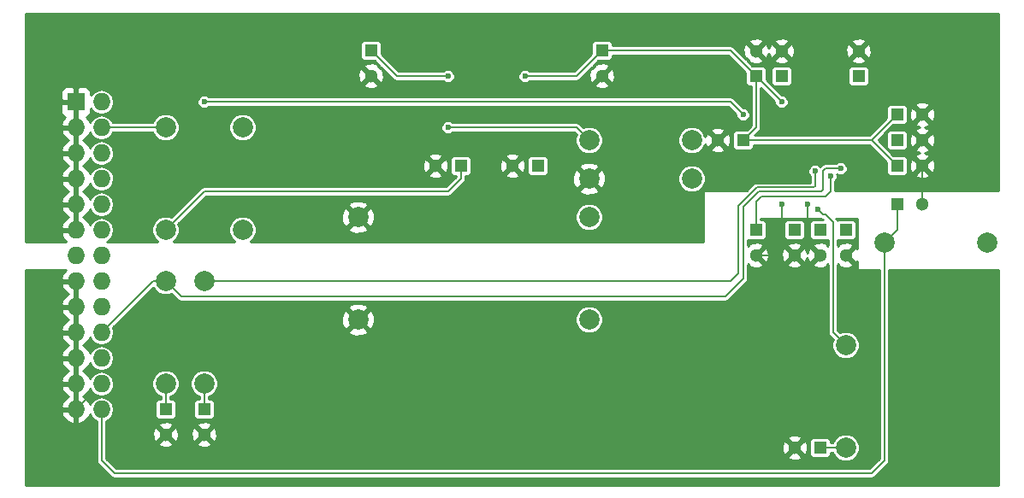
<source format=gbr>
G04 #@! TF.FileFunction,Copper,L2,Bot,Signal*
%FSLAX46Y46*%
G04 Gerber Fmt 4.6, Leading zero omitted, Abs format (unit mm)*
G04 Created by KiCad (PCBNEW 4.0.5+dfsg1-4) date Fri Dec 21 19:33:44 2018*
%MOMM*%
%LPD*%
G01*
G04 APERTURE LIST*
%ADD10C,0.100000*%
%ADD11R,1.300000X1.300000*%
%ADD12C,1.300000*%
%ADD13R,1.727200X1.727200*%
%ADD14O,1.727200X1.727200*%
%ADD15C,1.998980*%
%ADD16C,0.600000*%
%ADD17C,0.203200*%
%ADD18C,0.254000*%
G04 APERTURE END LIST*
D10*
D11*
X181610000Y-113030000D03*
D12*
X181610000Y-115530000D03*
D13*
X114300000Y-100330000D03*
D14*
X116840000Y-100330000D03*
X114300000Y-102870000D03*
X116840000Y-102870000D03*
X114300000Y-105410000D03*
X116840000Y-105410000D03*
X114300000Y-107950000D03*
X116840000Y-107950000D03*
X114300000Y-110490000D03*
X116840000Y-110490000D03*
X114300000Y-113030000D03*
X116840000Y-113030000D03*
X114300000Y-115570000D03*
X116840000Y-115570000D03*
X114300000Y-118110000D03*
X116840000Y-118110000D03*
X114300000Y-120650000D03*
X116840000Y-120650000D03*
X114300000Y-123190000D03*
X116840000Y-123190000D03*
X114300000Y-125730000D03*
X116840000Y-125730000D03*
X114300000Y-128270000D03*
X116840000Y-128270000D03*
X114300000Y-130810000D03*
X116840000Y-130810000D03*
D11*
X160020000Y-106680000D03*
D12*
X157520000Y-106680000D03*
D11*
X152400000Y-106680000D03*
D12*
X149900000Y-106680000D03*
D11*
X143510000Y-95250000D03*
D12*
X143510000Y-97750000D03*
D11*
X166370000Y-95250000D03*
D12*
X166370000Y-97750000D03*
D11*
X184150000Y-97790000D03*
D12*
X184150000Y-95290000D03*
D11*
X191770000Y-97790000D03*
D12*
X191770000Y-95290000D03*
D11*
X195580000Y-104140000D03*
D12*
X198080000Y-104140000D03*
D11*
X195580000Y-101600000D03*
D12*
X198080000Y-101600000D03*
D11*
X195580000Y-106680000D03*
D12*
X198080000Y-106680000D03*
D11*
X181610000Y-97790000D03*
D12*
X181610000Y-95290000D03*
D11*
X180340000Y-104140000D03*
D12*
X177840000Y-104140000D03*
D11*
X185420000Y-113030000D03*
D12*
X185420000Y-115530000D03*
D11*
X187960000Y-113030000D03*
D12*
X187960000Y-115530000D03*
D11*
X190500000Y-113030000D03*
D12*
X190500000Y-115530000D03*
D11*
X187960000Y-134620000D03*
D12*
X185460000Y-134620000D03*
D11*
X127000000Y-130810000D03*
D12*
X127000000Y-133310000D03*
D11*
X123190000Y-130810000D03*
D12*
X123190000Y-133310000D03*
D11*
X195580000Y-110490000D03*
D12*
X198080000Y-110490000D03*
D15*
X165100000Y-121920000D03*
X165100000Y-111760000D03*
X142240000Y-121920000D03*
X142240000Y-111760000D03*
X165100000Y-107950000D03*
X175260000Y-107950000D03*
X165100000Y-104140000D03*
X175260000Y-104140000D03*
X190500000Y-134620000D03*
X190500000Y-124460000D03*
X127000000Y-128270000D03*
X127000000Y-118110000D03*
X123190000Y-128270000D03*
X123190000Y-118110000D03*
X194310000Y-114300000D03*
X204470000Y-114300000D03*
X130810000Y-113030000D03*
X130810000Y-102870000D03*
X123190000Y-102870000D03*
X123190000Y-113030000D03*
D16*
X189484000Y-101600000D03*
X186944000Y-101600000D03*
X191008000Y-105918000D03*
X185420000Y-106680000D03*
X151130000Y-97790000D03*
X151130000Y-102870000D03*
X184150000Y-100330000D03*
X158750000Y-97790000D03*
X186690000Y-110490000D03*
X184150000Y-110490000D03*
X188976000Y-107696000D03*
X189992000Y-106934000D03*
X187452000Y-107188000D03*
X127000000Y-100330000D03*
X180340000Y-101600000D03*
X187706000Y-110998000D03*
D17*
X123190000Y-113030000D02*
X127000000Y-109220000D01*
X152400000Y-107950000D02*
X152400000Y-106680000D01*
X151130000Y-109220000D02*
X152400000Y-107950000D01*
X127000000Y-109220000D02*
X151130000Y-109220000D01*
X198080000Y-110490000D02*
X198080000Y-106680000D01*
X151130000Y-97790000D02*
X146050000Y-97790000D01*
X146050000Y-97790000D02*
X143510000Y-95250000D01*
X163830000Y-102870000D02*
X165100000Y-104140000D01*
X151130000Y-102870000D02*
X163830000Y-102870000D01*
X181610000Y-97790000D02*
X181610000Y-102870000D01*
X181610000Y-102870000D02*
X180340000Y-104140000D01*
X195580000Y-101600000D02*
X193040000Y-104140000D01*
X195580000Y-106680000D02*
X193040000Y-104140000D01*
X193040000Y-104140000D02*
X180340000Y-104140000D01*
X181610000Y-97790000D02*
X179070000Y-95250000D01*
X179070000Y-95250000D02*
X166370000Y-95250000D01*
X184150000Y-100330000D02*
X181610000Y-97790000D01*
X158750000Y-97790000D02*
X163830000Y-97790000D01*
X163830000Y-97790000D02*
X166370000Y-95250000D01*
X115570000Y-129540000D02*
X114300000Y-130810000D01*
X119380000Y-129540000D02*
X115570000Y-129540000D01*
X123150000Y-133310000D02*
X119380000Y-129540000D01*
X123190000Y-133310000D02*
X123150000Y-133310000D01*
X186690000Y-114260000D02*
X187960000Y-115530000D01*
X186690000Y-114260000D02*
X186690000Y-114260000D01*
X186690000Y-114260000D02*
X185420000Y-115530000D01*
X186690000Y-110490000D02*
X186690000Y-114260000D01*
X184150000Y-110490000D02*
X184150000Y-114300000D01*
X184150000Y-114300000D02*
X182920000Y-115530000D01*
X182920000Y-115530000D02*
X181610000Y-115530000D01*
X188976000Y-107696000D02*
X188976000Y-109220000D01*
X188976000Y-109220000D02*
X188468000Y-109728000D01*
X188468000Y-109728000D02*
X182118000Y-109728000D01*
X182118000Y-109728000D02*
X181610000Y-110236000D01*
X181610000Y-110236000D02*
X181610000Y-113030000D01*
X190500000Y-134620000D02*
X187960000Y-134620000D01*
X127000000Y-128270000D02*
X127000000Y-130810000D01*
X123190000Y-128270000D02*
X123190000Y-130810000D01*
X116840000Y-130810000D02*
X116840000Y-135890000D01*
X194310000Y-135890000D02*
X194310000Y-114300000D01*
X193040000Y-137160000D02*
X194310000Y-135890000D01*
X118110000Y-137160000D02*
X193040000Y-137160000D01*
X116840000Y-135890000D02*
X118110000Y-137160000D01*
X194310000Y-114300000D02*
X195580000Y-113030000D01*
X195580000Y-113030000D02*
X195580000Y-110490000D01*
X123190000Y-102870000D02*
X116840000Y-102870000D01*
X189992000Y-106934000D02*
X188468000Y-106934000D01*
X188468000Y-106934000D02*
X188214000Y-107188000D01*
X188214000Y-107188000D02*
X188214000Y-109067598D01*
X188214000Y-109067598D02*
X188061598Y-109220000D01*
X188061598Y-109220000D02*
X181864000Y-109220000D01*
X181864000Y-109220000D02*
X180340000Y-110744000D01*
X180340000Y-110744000D02*
X180340000Y-117856000D01*
X180340000Y-117856000D02*
X178562000Y-119634000D01*
X178562000Y-119634000D02*
X124714000Y-119634000D01*
X124714000Y-119634000D02*
X123190000Y-118110000D01*
X123190000Y-118110000D02*
X121920000Y-118110000D01*
X121920000Y-118110000D02*
X116840000Y-123190000D01*
X179070000Y-118110000D02*
X127000000Y-118110000D01*
X179832000Y-117348000D02*
X179070000Y-118110000D01*
X179832000Y-110677260D02*
X179832000Y-117348000D01*
X181695662Y-108813598D02*
X179832000Y-110677260D01*
X187350402Y-108813598D02*
X181695662Y-108813598D01*
X187452000Y-108712000D02*
X187350402Y-108813598D01*
X187452000Y-107188000D02*
X187452000Y-108712000D01*
X179070000Y-100330000D02*
X127000000Y-100330000D01*
X180340000Y-101600000D02*
X179070000Y-100330000D01*
X189230000Y-123190000D02*
X190500000Y-124460000D01*
X189230000Y-112268000D02*
X189230000Y-123190000D01*
X188468000Y-111506000D02*
X189230000Y-112268000D01*
X188214000Y-111506000D02*
X188468000Y-111506000D01*
X187706000Y-110998000D02*
X188214000Y-111506000D01*
D18*
G36*
X205613000Y-109093000D02*
X189458600Y-109093000D01*
X189458600Y-108176482D01*
X189552987Y-108082259D01*
X189656882Y-107832054D01*
X189657118Y-107561135D01*
X189642747Y-107526353D01*
X189855946Y-107614882D01*
X190126865Y-107615118D01*
X190377252Y-107511661D01*
X190568987Y-107320259D01*
X190672882Y-107070054D01*
X190673118Y-106799135D01*
X190569661Y-106548748D01*
X190378259Y-106357013D01*
X190128054Y-106253118D01*
X189857135Y-106252882D01*
X189606748Y-106356339D01*
X189511522Y-106451400D01*
X188468000Y-106451400D01*
X188283317Y-106488136D01*
X188126750Y-106592750D01*
X187973256Y-106746244D01*
X187838259Y-106611013D01*
X187588054Y-106507118D01*
X187317135Y-106506882D01*
X187066748Y-106610339D01*
X186875013Y-106801741D01*
X186771118Y-107051946D01*
X186770882Y-107322865D01*
X186874339Y-107573252D01*
X186969400Y-107668478D01*
X186969400Y-108330998D01*
X181695662Y-108330998D01*
X181510979Y-108367734D01*
X181354412Y-108472348D01*
X180733760Y-109093000D01*
X176530000Y-109093000D01*
X176480590Y-109103006D01*
X176438965Y-109131447D01*
X176411685Y-109173841D01*
X176403000Y-109220000D01*
X176403000Y-114173000D01*
X131619017Y-114173000D01*
X131979640Y-113813006D01*
X132190249Y-113305801D01*
X132190593Y-112912163D01*
X141267443Y-112912163D01*
X141366042Y-113178965D01*
X141975582Y-113405401D01*
X142625377Y-113381341D01*
X143113958Y-113178965D01*
X143212557Y-112912163D01*
X142240000Y-111939605D01*
X141267443Y-112912163D01*
X132190593Y-112912163D01*
X132190729Y-112756608D01*
X131981005Y-112249037D01*
X131593006Y-111860360D01*
X131085801Y-111649751D01*
X130536608Y-111649271D01*
X130029037Y-111858995D01*
X129640360Y-112246994D01*
X129429751Y-112754199D01*
X129429271Y-113303392D01*
X129638995Y-113810963D01*
X130000400Y-114173000D01*
X123999017Y-114173000D01*
X124359640Y-113813006D01*
X124570249Y-113305801D01*
X124570729Y-112756608D01*
X124446514Y-112455986D01*
X125406918Y-111495582D01*
X140594599Y-111495582D01*
X140618659Y-112145377D01*
X140821035Y-112633958D01*
X141087837Y-112732557D01*
X142060395Y-111760000D01*
X142419605Y-111760000D01*
X143392163Y-112732557D01*
X143658965Y-112633958D01*
X143882067Y-112033392D01*
X163719271Y-112033392D01*
X163928995Y-112540963D01*
X164316994Y-112929640D01*
X164824199Y-113140249D01*
X165373392Y-113140729D01*
X165880963Y-112931005D01*
X166269640Y-112543006D01*
X166480249Y-112035801D01*
X166480729Y-111486608D01*
X166271005Y-110979037D01*
X165883006Y-110590360D01*
X165375801Y-110379751D01*
X164826608Y-110379271D01*
X164319037Y-110588995D01*
X163930360Y-110976994D01*
X163719751Y-111484199D01*
X163719271Y-112033392D01*
X143882067Y-112033392D01*
X143885401Y-112024418D01*
X143861341Y-111374623D01*
X143658965Y-110886042D01*
X143392163Y-110787443D01*
X142419605Y-111760000D01*
X142060395Y-111760000D01*
X141087837Y-110787443D01*
X140821035Y-110886042D01*
X140594599Y-111495582D01*
X125406918Y-111495582D01*
X126294663Y-110607837D01*
X141267443Y-110607837D01*
X142240000Y-111580395D01*
X143212557Y-110607837D01*
X143113958Y-110341035D01*
X142504418Y-110114599D01*
X141854623Y-110138659D01*
X141366042Y-110341035D01*
X141267443Y-110607837D01*
X126294663Y-110607837D01*
X127199900Y-109702600D01*
X151130000Y-109702600D01*
X151314683Y-109665864D01*
X151471250Y-109561250D01*
X151930337Y-109102163D01*
X164127443Y-109102163D01*
X164226042Y-109368965D01*
X164835582Y-109595401D01*
X165485377Y-109571341D01*
X165973958Y-109368965D01*
X166072557Y-109102163D01*
X165100000Y-108129605D01*
X164127443Y-109102163D01*
X151930337Y-109102163D01*
X152741250Y-108291250D01*
X152845864Y-108134683D01*
X152882600Y-107950000D01*
X152882600Y-107718464D01*
X153050000Y-107718464D01*
X153191190Y-107691897D01*
X153320865Y-107608454D01*
X153340979Y-107579016D01*
X156800590Y-107579016D01*
X156856271Y-107809611D01*
X157339078Y-107977622D01*
X157849428Y-107948083D01*
X158183729Y-107809611D01*
X158239410Y-107579016D01*
X157520000Y-106859605D01*
X156800590Y-107579016D01*
X153340979Y-107579016D01*
X153407859Y-107481134D01*
X153438464Y-107330000D01*
X153438464Y-106499078D01*
X156222378Y-106499078D01*
X156251917Y-107009428D01*
X156390389Y-107343729D01*
X156620984Y-107399410D01*
X157340395Y-106680000D01*
X157699605Y-106680000D01*
X158419016Y-107399410D01*
X158649611Y-107343729D01*
X158817622Y-106860922D01*
X158788083Y-106350572D01*
X158655298Y-106030000D01*
X158981536Y-106030000D01*
X158981536Y-107330000D01*
X159008103Y-107471190D01*
X159091546Y-107600865D01*
X159218866Y-107687859D01*
X159370000Y-107718464D01*
X160670000Y-107718464D01*
X160811190Y-107691897D01*
X160821003Y-107685582D01*
X163454599Y-107685582D01*
X163478659Y-108335377D01*
X163681035Y-108823958D01*
X163947837Y-108922557D01*
X164920395Y-107950000D01*
X165279605Y-107950000D01*
X166252163Y-108922557D01*
X166518965Y-108823958D01*
X166742067Y-108223392D01*
X173879271Y-108223392D01*
X174088995Y-108730963D01*
X174476994Y-109119640D01*
X174984199Y-109330249D01*
X175533392Y-109330729D01*
X176040963Y-109121005D01*
X176429640Y-108733006D01*
X176640249Y-108225801D01*
X176640729Y-107676608D01*
X176431005Y-107169037D01*
X176043006Y-106780360D01*
X175535801Y-106569751D01*
X174986608Y-106569271D01*
X174479037Y-106778995D01*
X174090360Y-107166994D01*
X173879751Y-107674199D01*
X173879271Y-108223392D01*
X166742067Y-108223392D01*
X166745401Y-108214418D01*
X166721341Y-107564623D01*
X166518965Y-107076042D01*
X166252163Y-106977443D01*
X165279605Y-107950000D01*
X164920395Y-107950000D01*
X163947837Y-106977443D01*
X163681035Y-107076042D01*
X163454599Y-107685582D01*
X160821003Y-107685582D01*
X160940865Y-107608454D01*
X161027859Y-107481134D01*
X161058464Y-107330000D01*
X161058464Y-106797837D01*
X164127443Y-106797837D01*
X165100000Y-107770395D01*
X166072557Y-106797837D01*
X165973958Y-106531035D01*
X165364418Y-106304599D01*
X164714623Y-106328659D01*
X164226042Y-106531035D01*
X164127443Y-106797837D01*
X161058464Y-106797837D01*
X161058464Y-106030000D01*
X161031897Y-105888810D01*
X160948454Y-105759135D01*
X160821134Y-105672141D01*
X160670000Y-105641536D01*
X159370000Y-105641536D01*
X159228810Y-105668103D01*
X159099135Y-105751546D01*
X159012141Y-105878866D01*
X158981536Y-106030000D01*
X158655298Y-106030000D01*
X158649611Y-106016271D01*
X158419016Y-105960590D01*
X157699605Y-106680000D01*
X157340395Y-106680000D01*
X156620984Y-105960590D01*
X156390389Y-106016271D01*
X156222378Y-106499078D01*
X153438464Y-106499078D01*
X153438464Y-106030000D01*
X153411897Y-105888810D01*
X153342514Y-105780984D01*
X156800590Y-105780984D01*
X157520000Y-106500395D01*
X158239410Y-105780984D01*
X158183729Y-105550389D01*
X157700922Y-105382378D01*
X157190572Y-105411917D01*
X156856271Y-105550389D01*
X156800590Y-105780984D01*
X153342514Y-105780984D01*
X153328454Y-105759135D01*
X153201134Y-105672141D01*
X153050000Y-105641536D01*
X151750000Y-105641536D01*
X151608810Y-105668103D01*
X151479135Y-105751546D01*
X151392141Y-105878866D01*
X151361536Y-106030000D01*
X151361536Y-107330000D01*
X151388103Y-107471190D01*
X151471546Y-107600865D01*
X151598866Y-107687859D01*
X151750000Y-107718464D01*
X151917400Y-107718464D01*
X151917400Y-107750100D01*
X150930100Y-108737400D01*
X127000005Y-108737400D01*
X127000000Y-108737399D01*
X126815317Y-108774136D01*
X126658750Y-108878750D01*
X123763948Y-111773552D01*
X123465801Y-111649751D01*
X122916608Y-111649271D01*
X122409037Y-111858995D01*
X122020360Y-112246994D01*
X121809751Y-112754199D01*
X121809271Y-113303392D01*
X122018995Y-113810963D01*
X122380400Y-114173000D01*
X117350938Y-114173000D01*
X117744448Y-113910065D01*
X118014243Y-113506288D01*
X118108983Y-113030000D01*
X118014243Y-112553712D01*
X117744448Y-112149935D01*
X117340671Y-111880140D01*
X116864383Y-111785400D01*
X116815617Y-111785400D01*
X116339329Y-111880140D01*
X115935552Y-112149935D01*
X115690841Y-112516172D01*
X115582688Y-112255053D01*
X115188490Y-111823179D01*
X115053687Y-111760000D01*
X115188490Y-111696821D01*
X115582688Y-111264947D01*
X115690841Y-111003828D01*
X115935552Y-111370065D01*
X116339329Y-111639860D01*
X116815617Y-111734600D01*
X116864383Y-111734600D01*
X117340671Y-111639860D01*
X117744448Y-111370065D01*
X118014243Y-110966288D01*
X118108983Y-110490000D01*
X118014243Y-110013712D01*
X117744448Y-109609935D01*
X117340671Y-109340140D01*
X116864383Y-109245400D01*
X116815617Y-109245400D01*
X116339329Y-109340140D01*
X115935552Y-109609935D01*
X115690841Y-109976172D01*
X115582688Y-109715053D01*
X115188490Y-109283179D01*
X115053687Y-109220000D01*
X115188490Y-109156821D01*
X115582688Y-108724947D01*
X115690841Y-108463828D01*
X115935552Y-108830065D01*
X116339329Y-109099860D01*
X116815617Y-109194600D01*
X116864383Y-109194600D01*
X117340671Y-109099860D01*
X117744448Y-108830065D01*
X118014243Y-108426288D01*
X118108983Y-107950000D01*
X118035190Y-107579016D01*
X149180590Y-107579016D01*
X149236271Y-107809611D01*
X149719078Y-107977622D01*
X150229428Y-107948083D01*
X150563729Y-107809611D01*
X150619410Y-107579016D01*
X149900000Y-106859605D01*
X149180590Y-107579016D01*
X118035190Y-107579016D01*
X118014243Y-107473712D01*
X117744448Y-107069935D01*
X117340671Y-106800140D01*
X116864383Y-106705400D01*
X116815617Y-106705400D01*
X116339329Y-106800140D01*
X115935552Y-107069935D01*
X115690841Y-107436172D01*
X115582688Y-107175053D01*
X115188490Y-106743179D01*
X115053687Y-106680000D01*
X115188490Y-106616821D01*
X115582688Y-106184947D01*
X115690841Y-105923828D01*
X115935552Y-106290065D01*
X116339329Y-106559860D01*
X116815617Y-106654600D01*
X116864383Y-106654600D01*
X117340671Y-106559860D01*
X117431637Y-106499078D01*
X148602378Y-106499078D01*
X148631917Y-107009428D01*
X148770389Y-107343729D01*
X149000984Y-107399410D01*
X149720395Y-106680000D01*
X150079605Y-106680000D01*
X150799016Y-107399410D01*
X151029611Y-107343729D01*
X151197622Y-106860922D01*
X151168083Y-106350572D01*
X151029611Y-106016271D01*
X150799016Y-105960590D01*
X150079605Y-106680000D01*
X149720395Y-106680000D01*
X149000984Y-105960590D01*
X148770389Y-106016271D01*
X148602378Y-106499078D01*
X117431637Y-106499078D01*
X117744448Y-106290065D01*
X118014243Y-105886288D01*
X118035189Y-105780984D01*
X149180590Y-105780984D01*
X149900000Y-106500395D01*
X150619410Y-105780984D01*
X150563729Y-105550389D01*
X150080922Y-105382378D01*
X149570572Y-105411917D01*
X149236271Y-105550389D01*
X149180590Y-105780984D01*
X118035189Y-105780984D01*
X118108983Y-105410000D01*
X118014243Y-104933712D01*
X117744448Y-104529935D01*
X117340671Y-104260140D01*
X116864383Y-104165400D01*
X116815617Y-104165400D01*
X116339329Y-104260140D01*
X115935552Y-104529935D01*
X115690841Y-104896172D01*
X115582688Y-104635053D01*
X115188490Y-104203179D01*
X115053687Y-104140000D01*
X115188490Y-104076821D01*
X115582688Y-103644947D01*
X115690841Y-103383828D01*
X115935552Y-103750065D01*
X116339329Y-104019860D01*
X116815617Y-104114600D01*
X116864383Y-104114600D01*
X117340671Y-104019860D01*
X117744448Y-103750065D01*
X118010025Y-103352600D01*
X121895714Y-103352600D01*
X122018995Y-103650963D01*
X122406994Y-104039640D01*
X122914199Y-104250249D01*
X123463392Y-104250729D01*
X123970963Y-104041005D01*
X124359640Y-103653006D01*
X124570249Y-103145801D01*
X124570251Y-103143392D01*
X129429271Y-103143392D01*
X129638995Y-103650963D01*
X130026994Y-104039640D01*
X130534199Y-104250249D01*
X131083392Y-104250729D01*
X131590963Y-104041005D01*
X131979640Y-103653006D01*
X132190249Y-103145801D01*
X132190372Y-103004865D01*
X150448882Y-103004865D01*
X150552339Y-103255252D01*
X150743741Y-103446987D01*
X150993946Y-103550882D01*
X151264865Y-103551118D01*
X151515252Y-103447661D01*
X151610478Y-103352600D01*
X163630100Y-103352600D01*
X163843552Y-103566052D01*
X163719751Y-103864199D01*
X163719271Y-104413392D01*
X163928995Y-104920963D01*
X164316994Y-105309640D01*
X164824199Y-105520249D01*
X165373392Y-105520729D01*
X165880963Y-105311005D01*
X166269640Y-104923006D01*
X166480249Y-104415801D01*
X166480251Y-104413392D01*
X173879271Y-104413392D01*
X174088995Y-104920963D01*
X174476994Y-105309640D01*
X174984199Y-105520249D01*
X175533392Y-105520729D01*
X176040963Y-105311005D01*
X176313427Y-105039016D01*
X177120590Y-105039016D01*
X177176271Y-105269611D01*
X177659078Y-105437622D01*
X178169428Y-105408083D01*
X178503729Y-105269611D01*
X178559410Y-105039016D01*
X177840000Y-104319605D01*
X177120590Y-105039016D01*
X176313427Y-105039016D01*
X176429640Y-104923006D01*
X176594921Y-104524964D01*
X176710389Y-104803729D01*
X176940984Y-104859410D01*
X177660395Y-104140000D01*
X178019605Y-104140000D01*
X178739016Y-104859410D01*
X178969611Y-104803729D01*
X179137622Y-104320922D01*
X179108083Y-103810572D01*
X178969611Y-103476271D01*
X178739016Y-103420590D01*
X178019605Y-104140000D01*
X177660395Y-104140000D01*
X176940984Y-103420590D01*
X176710389Y-103476271D01*
X176604809Y-103779674D01*
X176431005Y-103359037D01*
X176313158Y-103240984D01*
X177120590Y-103240984D01*
X177840000Y-103960395D01*
X178559410Y-103240984D01*
X178503729Y-103010389D01*
X178020922Y-102842378D01*
X177510572Y-102871917D01*
X177176271Y-103010389D01*
X177120590Y-103240984D01*
X176313158Y-103240984D01*
X176043006Y-102970360D01*
X175535801Y-102759751D01*
X174986608Y-102759271D01*
X174479037Y-102968995D01*
X174090360Y-103356994D01*
X173879751Y-103864199D01*
X173879271Y-104413392D01*
X166480251Y-104413392D01*
X166480729Y-103866608D01*
X166271005Y-103359037D01*
X165883006Y-102970360D01*
X165375801Y-102759751D01*
X164826608Y-102759271D01*
X164525986Y-102883486D01*
X164171250Y-102528750D01*
X164014683Y-102424136D01*
X163830000Y-102387400D01*
X151610482Y-102387400D01*
X151516259Y-102293013D01*
X151266054Y-102189118D01*
X150995135Y-102188882D01*
X150744748Y-102292339D01*
X150553013Y-102483741D01*
X150449118Y-102733946D01*
X150448882Y-103004865D01*
X132190372Y-103004865D01*
X132190729Y-102596608D01*
X131981005Y-102089037D01*
X131593006Y-101700360D01*
X131085801Y-101489751D01*
X130536608Y-101489271D01*
X130029037Y-101698995D01*
X129640360Y-102086994D01*
X129429751Y-102594199D01*
X129429271Y-103143392D01*
X124570251Y-103143392D01*
X124570729Y-102596608D01*
X124361005Y-102089037D01*
X123973006Y-101700360D01*
X123465801Y-101489751D01*
X122916608Y-101489271D01*
X122409037Y-101698995D01*
X122020360Y-102086994D01*
X121895621Y-102387400D01*
X118010025Y-102387400D01*
X117744448Y-101989935D01*
X117340671Y-101720140D01*
X116864383Y-101625400D01*
X116815617Y-101625400D01*
X116339329Y-101720140D01*
X115935552Y-101989935D01*
X115690841Y-102356172D01*
X115582688Y-102095053D01*
X115325880Y-101813700D01*
X115523298Y-101731927D01*
X115701927Y-101553299D01*
X115798600Y-101319910D01*
X115798600Y-101005102D01*
X115935552Y-101210065D01*
X116339329Y-101479860D01*
X116815617Y-101574600D01*
X116864383Y-101574600D01*
X117340671Y-101479860D01*
X117744448Y-101210065D01*
X118014243Y-100806288D01*
X118082156Y-100464865D01*
X126318882Y-100464865D01*
X126422339Y-100715252D01*
X126613741Y-100906987D01*
X126863946Y-101010882D01*
X127134865Y-101011118D01*
X127385252Y-100907661D01*
X127480478Y-100812600D01*
X178870100Y-100812600D01*
X179658998Y-101601498D01*
X179658882Y-101734865D01*
X179762339Y-101985252D01*
X179953741Y-102176987D01*
X180203946Y-102280882D01*
X180474865Y-102281118D01*
X180725252Y-102177661D01*
X180916987Y-101986259D01*
X181020882Y-101736054D01*
X181021118Y-101465135D01*
X180917661Y-101214748D01*
X180726259Y-101023013D01*
X180476054Y-100919118D01*
X180341501Y-100919001D01*
X179411250Y-99988750D01*
X179254683Y-99884136D01*
X179070000Y-99847400D01*
X127480482Y-99847400D01*
X127386259Y-99753013D01*
X127136054Y-99649118D01*
X126865135Y-99648882D01*
X126614748Y-99752339D01*
X126423013Y-99943741D01*
X126319118Y-100193946D01*
X126318882Y-100464865D01*
X118082156Y-100464865D01*
X118108983Y-100330000D01*
X118014243Y-99853712D01*
X117744448Y-99449935D01*
X117340671Y-99180140D01*
X116864383Y-99085400D01*
X116815617Y-99085400D01*
X116339329Y-99180140D01*
X115935552Y-99449935D01*
X115798600Y-99654898D01*
X115798600Y-99340090D01*
X115701927Y-99106701D01*
X115523298Y-98928073D01*
X115289909Y-98831400D01*
X114585750Y-98831400D01*
X114427000Y-98990150D01*
X114427000Y-100203000D01*
X114447000Y-100203000D01*
X114447000Y-100457000D01*
X114427000Y-100457000D01*
X114427000Y-102743000D01*
X114447000Y-102743000D01*
X114447000Y-102997000D01*
X114427000Y-102997000D01*
X114427000Y-105283000D01*
X114447000Y-105283000D01*
X114447000Y-105537000D01*
X114427000Y-105537000D01*
X114427000Y-107823000D01*
X114447000Y-107823000D01*
X114447000Y-108077000D01*
X114427000Y-108077000D01*
X114427000Y-110363000D01*
X114447000Y-110363000D01*
X114447000Y-110617000D01*
X114427000Y-110617000D01*
X114427000Y-112903000D01*
X114447000Y-112903000D01*
X114447000Y-113157000D01*
X114427000Y-113157000D01*
X114427000Y-113177000D01*
X114173000Y-113177000D01*
X114173000Y-113157000D01*
X112966183Y-113157000D01*
X112845042Y-113389026D01*
X113017312Y-113804947D01*
X113353257Y-114173000D01*
X109347000Y-114173000D01*
X109347000Y-110849026D01*
X112845042Y-110849026D01*
X113017312Y-111264947D01*
X113411510Y-111696821D01*
X113546313Y-111760000D01*
X113411510Y-111823179D01*
X113017312Y-112255053D01*
X112845042Y-112670974D01*
X112966183Y-112903000D01*
X114173000Y-112903000D01*
X114173000Y-110617000D01*
X112966183Y-110617000D01*
X112845042Y-110849026D01*
X109347000Y-110849026D01*
X109347000Y-108309026D01*
X112845042Y-108309026D01*
X113017312Y-108724947D01*
X113411510Y-109156821D01*
X113546313Y-109220000D01*
X113411510Y-109283179D01*
X113017312Y-109715053D01*
X112845042Y-110130974D01*
X112966183Y-110363000D01*
X114173000Y-110363000D01*
X114173000Y-108077000D01*
X112966183Y-108077000D01*
X112845042Y-108309026D01*
X109347000Y-108309026D01*
X109347000Y-105769026D01*
X112845042Y-105769026D01*
X113017312Y-106184947D01*
X113411510Y-106616821D01*
X113546313Y-106680000D01*
X113411510Y-106743179D01*
X113017312Y-107175053D01*
X112845042Y-107590974D01*
X112966183Y-107823000D01*
X114173000Y-107823000D01*
X114173000Y-105537000D01*
X112966183Y-105537000D01*
X112845042Y-105769026D01*
X109347000Y-105769026D01*
X109347000Y-103229026D01*
X112845042Y-103229026D01*
X113017312Y-103644947D01*
X113411510Y-104076821D01*
X113546313Y-104140000D01*
X113411510Y-104203179D01*
X113017312Y-104635053D01*
X112845042Y-105050974D01*
X112966183Y-105283000D01*
X114173000Y-105283000D01*
X114173000Y-102997000D01*
X112966183Y-102997000D01*
X112845042Y-103229026D01*
X109347000Y-103229026D01*
X109347000Y-100615750D01*
X112801400Y-100615750D01*
X112801400Y-101319910D01*
X112898073Y-101553299D01*
X113076702Y-101731927D01*
X113274120Y-101813700D01*
X113017312Y-102095053D01*
X112845042Y-102510974D01*
X112966183Y-102743000D01*
X114173000Y-102743000D01*
X114173000Y-100457000D01*
X112960150Y-100457000D01*
X112801400Y-100615750D01*
X109347000Y-100615750D01*
X109347000Y-99340090D01*
X112801400Y-99340090D01*
X112801400Y-100044250D01*
X112960150Y-100203000D01*
X114173000Y-100203000D01*
X114173000Y-98990150D01*
X114014250Y-98831400D01*
X113310091Y-98831400D01*
X113076702Y-98928073D01*
X112898073Y-99106701D01*
X112801400Y-99340090D01*
X109347000Y-99340090D01*
X109347000Y-98649016D01*
X142790590Y-98649016D01*
X142846271Y-98879611D01*
X143329078Y-99047622D01*
X143839428Y-99018083D01*
X144173729Y-98879611D01*
X144229410Y-98649016D01*
X165650590Y-98649016D01*
X165706271Y-98879611D01*
X166189078Y-99047622D01*
X166699428Y-99018083D01*
X167033729Y-98879611D01*
X167089410Y-98649016D01*
X166370000Y-97929605D01*
X165650590Y-98649016D01*
X144229410Y-98649016D01*
X143510000Y-97929605D01*
X142790590Y-98649016D01*
X109347000Y-98649016D01*
X109347000Y-97569078D01*
X142212378Y-97569078D01*
X142241917Y-98079428D01*
X142380389Y-98413729D01*
X142610984Y-98469410D01*
X143330395Y-97750000D01*
X142610984Y-97030590D01*
X142380389Y-97086271D01*
X142212378Y-97569078D01*
X109347000Y-97569078D01*
X109347000Y-94600000D01*
X142471536Y-94600000D01*
X142471536Y-95900000D01*
X142498103Y-96041190D01*
X142581546Y-96170865D01*
X142708866Y-96257859D01*
X142860000Y-96288464D01*
X143865964Y-96288464D01*
X144328946Y-96751446D01*
X144229410Y-96850982D01*
X144173729Y-96620389D01*
X143690922Y-96452378D01*
X143180572Y-96481917D01*
X142846271Y-96620389D01*
X142790590Y-96850984D01*
X143510000Y-97570395D01*
X143524142Y-97556252D01*
X143703748Y-97735858D01*
X143689605Y-97750000D01*
X144409016Y-98469410D01*
X144639611Y-98413729D01*
X144807622Y-97930922D01*
X144778083Y-97420572D01*
X144639611Y-97086271D01*
X144409018Y-97030590D01*
X144508554Y-96931054D01*
X145708748Y-98131247D01*
X145708750Y-98131250D01*
X145865317Y-98235864D01*
X146050000Y-98272600D01*
X150649518Y-98272600D01*
X150743741Y-98366987D01*
X150993946Y-98470882D01*
X151264865Y-98471118D01*
X151515252Y-98367661D01*
X151706987Y-98176259D01*
X151810882Y-97926054D01*
X151810883Y-97924865D01*
X158068882Y-97924865D01*
X158172339Y-98175252D01*
X158363741Y-98366987D01*
X158613946Y-98470882D01*
X158884865Y-98471118D01*
X159135252Y-98367661D01*
X159230478Y-98272600D01*
X163830000Y-98272600D01*
X164014683Y-98235864D01*
X164171250Y-98131250D01*
X165371446Y-96931054D01*
X165470982Y-97030590D01*
X165240389Y-97086271D01*
X165072378Y-97569078D01*
X165101917Y-98079428D01*
X165240389Y-98413729D01*
X165470984Y-98469410D01*
X166190395Y-97750000D01*
X166549605Y-97750000D01*
X167269016Y-98469410D01*
X167499611Y-98413729D01*
X167667622Y-97930922D01*
X167638083Y-97420572D01*
X167499611Y-97086271D01*
X167269016Y-97030590D01*
X166549605Y-97750000D01*
X166190395Y-97750000D01*
X166176252Y-97735858D01*
X166355858Y-97556252D01*
X166370000Y-97570395D01*
X167089410Y-96850984D01*
X167033729Y-96620389D01*
X166550922Y-96452378D01*
X166040572Y-96481917D01*
X165706271Y-96620389D01*
X165650590Y-96850982D01*
X165551054Y-96751446D01*
X166014035Y-96288464D01*
X167020000Y-96288464D01*
X167161190Y-96261897D01*
X167290865Y-96178454D01*
X167377859Y-96051134D01*
X167408464Y-95900000D01*
X167408464Y-95732600D01*
X178870100Y-95732600D01*
X180571536Y-97434035D01*
X180571536Y-98440000D01*
X180598103Y-98581190D01*
X180681546Y-98710865D01*
X180808866Y-98797859D01*
X180960000Y-98828464D01*
X181127400Y-98828464D01*
X181127400Y-102670100D01*
X180695964Y-103101536D01*
X179690000Y-103101536D01*
X179548810Y-103128103D01*
X179419135Y-103211546D01*
X179332141Y-103338866D01*
X179301536Y-103490000D01*
X179301536Y-104790000D01*
X179328103Y-104931190D01*
X179411546Y-105060865D01*
X179538866Y-105147859D01*
X179690000Y-105178464D01*
X180990000Y-105178464D01*
X181131190Y-105151897D01*
X181260865Y-105068454D01*
X181347859Y-104941134D01*
X181378464Y-104790000D01*
X181378464Y-104622600D01*
X192840100Y-104622600D01*
X194541536Y-106324035D01*
X194541536Y-107330000D01*
X194568103Y-107471190D01*
X194651546Y-107600865D01*
X194778866Y-107687859D01*
X194930000Y-107718464D01*
X196230000Y-107718464D01*
X196371190Y-107691897D01*
X196500865Y-107608454D01*
X196520979Y-107579016D01*
X197360590Y-107579016D01*
X197416271Y-107809611D01*
X197899078Y-107977622D01*
X198409428Y-107948083D01*
X198743729Y-107809611D01*
X198799410Y-107579016D01*
X198080000Y-106859605D01*
X197360590Y-107579016D01*
X196520979Y-107579016D01*
X196587859Y-107481134D01*
X196618464Y-107330000D01*
X196618464Y-106499078D01*
X196782378Y-106499078D01*
X196811917Y-107009428D01*
X196950389Y-107343729D01*
X197180984Y-107399410D01*
X197900395Y-106680000D01*
X198259605Y-106680000D01*
X198979016Y-107399410D01*
X199209611Y-107343729D01*
X199377622Y-106860922D01*
X199348083Y-106350572D01*
X199209611Y-106016271D01*
X198979016Y-105960590D01*
X198259605Y-106680000D01*
X197900395Y-106680000D01*
X197180984Y-105960590D01*
X196950389Y-106016271D01*
X196782378Y-106499078D01*
X196618464Y-106499078D01*
X196618464Y-106030000D01*
X196591897Y-105888810D01*
X196508454Y-105759135D01*
X196381134Y-105672141D01*
X196230000Y-105641536D01*
X195224035Y-105641536D01*
X193722500Y-104140000D01*
X194372499Y-103490000D01*
X194541536Y-103490000D01*
X194541536Y-104790000D01*
X194568103Y-104931190D01*
X194651546Y-105060865D01*
X194778866Y-105147859D01*
X194930000Y-105178464D01*
X196230000Y-105178464D01*
X196371190Y-105151897D01*
X196500865Y-105068454D01*
X196520979Y-105039016D01*
X197360590Y-105039016D01*
X197416271Y-105269611D01*
X197814566Y-105408213D01*
X197750572Y-105411917D01*
X197416271Y-105550389D01*
X197360590Y-105780984D01*
X198080000Y-106500395D01*
X198799410Y-105780984D01*
X198743729Y-105550389D01*
X198345434Y-105411787D01*
X198409428Y-105408083D01*
X198743729Y-105269611D01*
X198799410Y-105039016D01*
X198080000Y-104319605D01*
X197360590Y-105039016D01*
X196520979Y-105039016D01*
X196587859Y-104941134D01*
X196618464Y-104790000D01*
X196618464Y-103959078D01*
X196782378Y-103959078D01*
X196811917Y-104469428D01*
X196950389Y-104803729D01*
X197180984Y-104859410D01*
X197900395Y-104140000D01*
X198259605Y-104140000D01*
X198979016Y-104859410D01*
X199209611Y-104803729D01*
X199377622Y-104320922D01*
X199348083Y-103810572D01*
X199209611Y-103476271D01*
X198979016Y-103420590D01*
X198259605Y-104140000D01*
X197900395Y-104140000D01*
X197180984Y-103420590D01*
X196950389Y-103476271D01*
X196782378Y-103959078D01*
X196618464Y-103959078D01*
X196618464Y-103490000D01*
X196591897Y-103348810D01*
X196508454Y-103219135D01*
X196381134Y-103132141D01*
X196230000Y-103101536D01*
X194930000Y-103101536D01*
X194788810Y-103128103D01*
X194659135Y-103211546D01*
X194572141Y-103338866D01*
X194541536Y-103490000D01*
X194372499Y-103490000D01*
X195224035Y-102638464D01*
X196230000Y-102638464D01*
X196371190Y-102611897D01*
X196500865Y-102528454D01*
X196520979Y-102499016D01*
X197360590Y-102499016D01*
X197416271Y-102729611D01*
X197814566Y-102868213D01*
X197750572Y-102871917D01*
X197416271Y-103010389D01*
X197360590Y-103240984D01*
X198080000Y-103960395D01*
X198799410Y-103240984D01*
X198743729Y-103010389D01*
X198345434Y-102871787D01*
X198409428Y-102868083D01*
X198743729Y-102729611D01*
X198799410Y-102499016D01*
X198080000Y-101779605D01*
X197360590Y-102499016D01*
X196520979Y-102499016D01*
X196587859Y-102401134D01*
X196618464Y-102250000D01*
X196618464Y-101419078D01*
X196782378Y-101419078D01*
X196811917Y-101929428D01*
X196950389Y-102263729D01*
X197180984Y-102319410D01*
X197900395Y-101600000D01*
X198259605Y-101600000D01*
X198979016Y-102319410D01*
X199209611Y-102263729D01*
X199377622Y-101780922D01*
X199348083Y-101270572D01*
X199209611Y-100936271D01*
X198979016Y-100880590D01*
X198259605Y-101600000D01*
X197900395Y-101600000D01*
X197180984Y-100880590D01*
X196950389Y-100936271D01*
X196782378Y-101419078D01*
X196618464Y-101419078D01*
X196618464Y-100950000D01*
X196591897Y-100808810D01*
X196522514Y-100700984D01*
X197360590Y-100700984D01*
X198080000Y-101420395D01*
X198799410Y-100700984D01*
X198743729Y-100470389D01*
X198260922Y-100302378D01*
X197750572Y-100331917D01*
X197416271Y-100470389D01*
X197360590Y-100700984D01*
X196522514Y-100700984D01*
X196508454Y-100679135D01*
X196381134Y-100592141D01*
X196230000Y-100561536D01*
X194930000Y-100561536D01*
X194788810Y-100588103D01*
X194659135Y-100671546D01*
X194572141Y-100798866D01*
X194541536Y-100950000D01*
X194541536Y-101955965D01*
X192840100Y-103657400D01*
X181505100Y-103657400D01*
X181951250Y-103211250D01*
X182055864Y-103054683D01*
X182092600Y-102870000D01*
X182092600Y-98955100D01*
X183468998Y-100331497D01*
X183468882Y-100464865D01*
X183572339Y-100715252D01*
X183763741Y-100906987D01*
X184013946Y-101010882D01*
X184284865Y-101011118D01*
X184535252Y-100907661D01*
X184726987Y-100716259D01*
X184830882Y-100466054D01*
X184831118Y-100195135D01*
X184727661Y-99944748D01*
X184536259Y-99753013D01*
X184286054Y-99649118D01*
X184151500Y-99649001D01*
X182648464Y-98145964D01*
X182648464Y-97140000D01*
X183111536Y-97140000D01*
X183111536Y-98440000D01*
X183138103Y-98581190D01*
X183221546Y-98710865D01*
X183348866Y-98797859D01*
X183500000Y-98828464D01*
X184800000Y-98828464D01*
X184941190Y-98801897D01*
X185070865Y-98718454D01*
X185157859Y-98591134D01*
X185188464Y-98440000D01*
X185188464Y-97140000D01*
X190731536Y-97140000D01*
X190731536Y-98440000D01*
X190758103Y-98581190D01*
X190841546Y-98710865D01*
X190968866Y-98797859D01*
X191120000Y-98828464D01*
X192420000Y-98828464D01*
X192561190Y-98801897D01*
X192690865Y-98718454D01*
X192777859Y-98591134D01*
X192808464Y-98440000D01*
X192808464Y-97140000D01*
X192781897Y-96998810D01*
X192698454Y-96869135D01*
X192571134Y-96782141D01*
X192420000Y-96751536D01*
X191120000Y-96751536D01*
X190978810Y-96778103D01*
X190849135Y-96861546D01*
X190762141Y-96988866D01*
X190731536Y-97140000D01*
X185188464Y-97140000D01*
X185161897Y-96998810D01*
X185078454Y-96869135D01*
X184951134Y-96782141D01*
X184800000Y-96751536D01*
X183500000Y-96751536D01*
X183358810Y-96778103D01*
X183229135Y-96861546D01*
X183142141Y-96988866D01*
X183111536Y-97140000D01*
X182648464Y-97140000D01*
X182621897Y-96998810D01*
X182538454Y-96869135D01*
X182411134Y-96782141D01*
X182260000Y-96751536D01*
X181254035Y-96751536D01*
X180791054Y-96288554D01*
X180890590Y-96189018D01*
X180946271Y-96419611D01*
X181429078Y-96587622D01*
X181939428Y-96558083D01*
X182273729Y-96419611D01*
X182329410Y-96189016D01*
X183430590Y-96189016D01*
X183486271Y-96419611D01*
X183969078Y-96587622D01*
X184479428Y-96558083D01*
X184813729Y-96419611D01*
X184869410Y-96189016D01*
X191050590Y-96189016D01*
X191106271Y-96419611D01*
X191589078Y-96587622D01*
X192099428Y-96558083D01*
X192433729Y-96419611D01*
X192489410Y-96189016D01*
X191770000Y-95469605D01*
X191050590Y-96189016D01*
X184869410Y-96189016D01*
X184150000Y-95469605D01*
X183430590Y-96189016D01*
X182329410Y-96189016D01*
X181610000Y-95469605D01*
X181595858Y-95483748D01*
X181416252Y-95304142D01*
X181430395Y-95290000D01*
X181789605Y-95290000D01*
X182509016Y-96009410D01*
X182739611Y-95953729D01*
X182878213Y-95555434D01*
X182881917Y-95619428D01*
X183020389Y-95953729D01*
X183250984Y-96009410D01*
X183970395Y-95290000D01*
X184329605Y-95290000D01*
X185049016Y-96009410D01*
X185279611Y-95953729D01*
X185447622Y-95470922D01*
X185426679Y-95109078D01*
X190472378Y-95109078D01*
X190501917Y-95619428D01*
X190640389Y-95953729D01*
X190870984Y-96009410D01*
X191590395Y-95290000D01*
X191949605Y-95290000D01*
X192669016Y-96009410D01*
X192899611Y-95953729D01*
X193067622Y-95470922D01*
X193038083Y-94960572D01*
X192899611Y-94626271D01*
X192669016Y-94570590D01*
X191949605Y-95290000D01*
X191590395Y-95290000D01*
X190870984Y-94570590D01*
X190640389Y-94626271D01*
X190472378Y-95109078D01*
X185426679Y-95109078D01*
X185418083Y-94960572D01*
X185279611Y-94626271D01*
X185049016Y-94570590D01*
X184329605Y-95290000D01*
X183970395Y-95290000D01*
X183250984Y-94570590D01*
X183020389Y-94626271D01*
X182881787Y-95024566D01*
X182878083Y-94960572D01*
X182739611Y-94626271D01*
X182509016Y-94570590D01*
X181789605Y-95290000D01*
X181430395Y-95290000D01*
X180710984Y-94570590D01*
X180480389Y-94626271D01*
X180312378Y-95109078D01*
X180341917Y-95619428D01*
X180480389Y-95953729D01*
X180710982Y-96009410D01*
X180611446Y-96108946D01*
X179411250Y-94908750D01*
X179254683Y-94804136D01*
X179070000Y-94767400D01*
X167408464Y-94767400D01*
X167408464Y-94600000D01*
X167381897Y-94458810D01*
X167338253Y-94390984D01*
X180890590Y-94390984D01*
X181610000Y-95110395D01*
X182329410Y-94390984D01*
X183430590Y-94390984D01*
X184150000Y-95110395D01*
X184869410Y-94390984D01*
X191050590Y-94390984D01*
X191770000Y-95110395D01*
X192489410Y-94390984D01*
X192433729Y-94160389D01*
X191950922Y-93992378D01*
X191440572Y-94021917D01*
X191106271Y-94160389D01*
X191050590Y-94390984D01*
X184869410Y-94390984D01*
X184813729Y-94160389D01*
X184330922Y-93992378D01*
X183820572Y-94021917D01*
X183486271Y-94160389D01*
X183430590Y-94390984D01*
X182329410Y-94390984D01*
X182273729Y-94160389D01*
X181790922Y-93992378D01*
X181280572Y-94021917D01*
X180946271Y-94160389D01*
X180890590Y-94390984D01*
X167338253Y-94390984D01*
X167298454Y-94329135D01*
X167171134Y-94242141D01*
X167020000Y-94211536D01*
X165720000Y-94211536D01*
X165578810Y-94238103D01*
X165449135Y-94321546D01*
X165362141Y-94448866D01*
X165331536Y-94600000D01*
X165331536Y-95605965D01*
X163630100Y-97307400D01*
X159230482Y-97307400D01*
X159136259Y-97213013D01*
X158886054Y-97109118D01*
X158615135Y-97108882D01*
X158364748Y-97212339D01*
X158173013Y-97403741D01*
X158069118Y-97653946D01*
X158068882Y-97924865D01*
X151810883Y-97924865D01*
X151811118Y-97655135D01*
X151707661Y-97404748D01*
X151516259Y-97213013D01*
X151266054Y-97109118D01*
X150995135Y-97108882D01*
X150744748Y-97212339D01*
X150649522Y-97307400D01*
X146249899Y-97307400D01*
X144548464Y-95605964D01*
X144548464Y-94600000D01*
X144521897Y-94458810D01*
X144438454Y-94329135D01*
X144311134Y-94242141D01*
X144160000Y-94211536D01*
X142860000Y-94211536D01*
X142718810Y-94238103D01*
X142589135Y-94321546D01*
X142502141Y-94448866D01*
X142471536Y-94600000D01*
X109347000Y-94600000D01*
X109347000Y-91567000D01*
X205613000Y-91567000D01*
X205613000Y-109093000D01*
X205613000Y-109093000D01*
G37*
X205613000Y-109093000D02*
X189458600Y-109093000D01*
X189458600Y-108176482D01*
X189552987Y-108082259D01*
X189656882Y-107832054D01*
X189657118Y-107561135D01*
X189642747Y-107526353D01*
X189855946Y-107614882D01*
X190126865Y-107615118D01*
X190377252Y-107511661D01*
X190568987Y-107320259D01*
X190672882Y-107070054D01*
X190673118Y-106799135D01*
X190569661Y-106548748D01*
X190378259Y-106357013D01*
X190128054Y-106253118D01*
X189857135Y-106252882D01*
X189606748Y-106356339D01*
X189511522Y-106451400D01*
X188468000Y-106451400D01*
X188283317Y-106488136D01*
X188126750Y-106592750D01*
X187973256Y-106746244D01*
X187838259Y-106611013D01*
X187588054Y-106507118D01*
X187317135Y-106506882D01*
X187066748Y-106610339D01*
X186875013Y-106801741D01*
X186771118Y-107051946D01*
X186770882Y-107322865D01*
X186874339Y-107573252D01*
X186969400Y-107668478D01*
X186969400Y-108330998D01*
X181695662Y-108330998D01*
X181510979Y-108367734D01*
X181354412Y-108472348D01*
X180733760Y-109093000D01*
X176530000Y-109093000D01*
X176480590Y-109103006D01*
X176438965Y-109131447D01*
X176411685Y-109173841D01*
X176403000Y-109220000D01*
X176403000Y-114173000D01*
X131619017Y-114173000D01*
X131979640Y-113813006D01*
X132190249Y-113305801D01*
X132190593Y-112912163D01*
X141267443Y-112912163D01*
X141366042Y-113178965D01*
X141975582Y-113405401D01*
X142625377Y-113381341D01*
X143113958Y-113178965D01*
X143212557Y-112912163D01*
X142240000Y-111939605D01*
X141267443Y-112912163D01*
X132190593Y-112912163D01*
X132190729Y-112756608D01*
X131981005Y-112249037D01*
X131593006Y-111860360D01*
X131085801Y-111649751D01*
X130536608Y-111649271D01*
X130029037Y-111858995D01*
X129640360Y-112246994D01*
X129429751Y-112754199D01*
X129429271Y-113303392D01*
X129638995Y-113810963D01*
X130000400Y-114173000D01*
X123999017Y-114173000D01*
X124359640Y-113813006D01*
X124570249Y-113305801D01*
X124570729Y-112756608D01*
X124446514Y-112455986D01*
X125406918Y-111495582D01*
X140594599Y-111495582D01*
X140618659Y-112145377D01*
X140821035Y-112633958D01*
X141087837Y-112732557D01*
X142060395Y-111760000D01*
X142419605Y-111760000D01*
X143392163Y-112732557D01*
X143658965Y-112633958D01*
X143882067Y-112033392D01*
X163719271Y-112033392D01*
X163928995Y-112540963D01*
X164316994Y-112929640D01*
X164824199Y-113140249D01*
X165373392Y-113140729D01*
X165880963Y-112931005D01*
X166269640Y-112543006D01*
X166480249Y-112035801D01*
X166480729Y-111486608D01*
X166271005Y-110979037D01*
X165883006Y-110590360D01*
X165375801Y-110379751D01*
X164826608Y-110379271D01*
X164319037Y-110588995D01*
X163930360Y-110976994D01*
X163719751Y-111484199D01*
X163719271Y-112033392D01*
X143882067Y-112033392D01*
X143885401Y-112024418D01*
X143861341Y-111374623D01*
X143658965Y-110886042D01*
X143392163Y-110787443D01*
X142419605Y-111760000D01*
X142060395Y-111760000D01*
X141087837Y-110787443D01*
X140821035Y-110886042D01*
X140594599Y-111495582D01*
X125406918Y-111495582D01*
X126294663Y-110607837D01*
X141267443Y-110607837D01*
X142240000Y-111580395D01*
X143212557Y-110607837D01*
X143113958Y-110341035D01*
X142504418Y-110114599D01*
X141854623Y-110138659D01*
X141366042Y-110341035D01*
X141267443Y-110607837D01*
X126294663Y-110607837D01*
X127199900Y-109702600D01*
X151130000Y-109702600D01*
X151314683Y-109665864D01*
X151471250Y-109561250D01*
X151930337Y-109102163D01*
X164127443Y-109102163D01*
X164226042Y-109368965D01*
X164835582Y-109595401D01*
X165485377Y-109571341D01*
X165973958Y-109368965D01*
X166072557Y-109102163D01*
X165100000Y-108129605D01*
X164127443Y-109102163D01*
X151930337Y-109102163D01*
X152741250Y-108291250D01*
X152845864Y-108134683D01*
X152882600Y-107950000D01*
X152882600Y-107718464D01*
X153050000Y-107718464D01*
X153191190Y-107691897D01*
X153320865Y-107608454D01*
X153340979Y-107579016D01*
X156800590Y-107579016D01*
X156856271Y-107809611D01*
X157339078Y-107977622D01*
X157849428Y-107948083D01*
X158183729Y-107809611D01*
X158239410Y-107579016D01*
X157520000Y-106859605D01*
X156800590Y-107579016D01*
X153340979Y-107579016D01*
X153407859Y-107481134D01*
X153438464Y-107330000D01*
X153438464Y-106499078D01*
X156222378Y-106499078D01*
X156251917Y-107009428D01*
X156390389Y-107343729D01*
X156620984Y-107399410D01*
X157340395Y-106680000D01*
X157699605Y-106680000D01*
X158419016Y-107399410D01*
X158649611Y-107343729D01*
X158817622Y-106860922D01*
X158788083Y-106350572D01*
X158655298Y-106030000D01*
X158981536Y-106030000D01*
X158981536Y-107330000D01*
X159008103Y-107471190D01*
X159091546Y-107600865D01*
X159218866Y-107687859D01*
X159370000Y-107718464D01*
X160670000Y-107718464D01*
X160811190Y-107691897D01*
X160821003Y-107685582D01*
X163454599Y-107685582D01*
X163478659Y-108335377D01*
X163681035Y-108823958D01*
X163947837Y-108922557D01*
X164920395Y-107950000D01*
X165279605Y-107950000D01*
X166252163Y-108922557D01*
X166518965Y-108823958D01*
X166742067Y-108223392D01*
X173879271Y-108223392D01*
X174088995Y-108730963D01*
X174476994Y-109119640D01*
X174984199Y-109330249D01*
X175533392Y-109330729D01*
X176040963Y-109121005D01*
X176429640Y-108733006D01*
X176640249Y-108225801D01*
X176640729Y-107676608D01*
X176431005Y-107169037D01*
X176043006Y-106780360D01*
X175535801Y-106569751D01*
X174986608Y-106569271D01*
X174479037Y-106778995D01*
X174090360Y-107166994D01*
X173879751Y-107674199D01*
X173879271Y-108223392D01*
X166742067Y-108223392D01*
X166745401Y-108214418D01*
X166721341Y-107564623D01*
X166518965Y-107076042D01*
X166252163Y-106977443D01*
X165279605Y-107950000D01*
X164920395Y-107950000D01*
X163947837Y-106977443D01*
X163681035Y-107076042D01*
X163454599Y-107685582D01*
X160821003Y-107685582D01*
X160940865Y-107608454D01*
X161027859Y-107481134D01*
X161058464Y-107330000D01*
X161058464Y-106797837D01*
X164127443Y-106797837D01*
X165100000Y-107770395D01*
X166072557Y-106797837D01*
X165973958Y-106531035D01*
X165364418Y-106304599D01*
X164714623Y-106328659D01*
X164226042Y-106531035D01*
X164127443Y-106797837D01*
X161058464Y-106797837D01*
X161058464Y-106030000D01*
X161031897Y-105888810D01*
X160948454Y-105759135D01*
X160821134Y-105672141D01*
X160670000Y-105641536D01*
X159370000Y-105641536D01*
X159228810Y-105668103D01*
X159099135Y-105751546D01*
X159012141Y-105878866D01*
X158981536Y-106030000D01*
X158655298Y-106030000D01*
X158649611Y-106016271D01*
X158419016Y-105960590D01*
X157699605Y-106680000D01*
X157340395Y-106680000D01*
X156620984Y-105960590D01*
X156390389Y-106016271D01*
X156222378Y-106499078D01*
X153438464Y-106499078D01*
X153438464Y-106030000D01*
X153411897Y-105888810D01*
X153342514Y-105780984D01*
X156800590Y-105780984D01*
X157520000Y-106500395D01*
X158239410Y-105780984D01*
X158183729Y-105550389D01*
X157700922Y-105382378D01*
X157190572Y-105411917D01*
X156856271Y-105550389D01*
X156800590Y-105780984D01*
X153342514Y-105780984D01*
X153328454Y-105759135D01*
X153201134Y-105672141D01*
X153050000Y-105641536D01*
X151750000Y-105641536D01*
X151608810Y-105668103D01*
X151479135Y-105751546D01*
X151392141Y-105878866D01*
X151361536Y-106030000D01*
X151361536Y-107330000D01*
X151388103Y-107471190D01*
X151471546Y-107600865D01*
X151598866Y-107687859D01*
X151750000Y-107718464D01*
X151917400Y-107718464D01*
X151917400Y-107750100D01*
X150930100Y-108737400D01*
X127000005Y-108737400D01*
X127000000Y-108737399D01*
X126815317Y-108774136D01*
X126658750Y-108878750D01*
X123763948Y-111773552D01*
X123465801Y-111649751D01*
X122916608Y-111649271D01*
X122409037Y-111858995D01*
X122020360Y-112246994D01*
X121809751Y-112754199D01*
X121809271Y-113303392D01*
X122018995Y-113810963D01*
X122380400Y-114173000D01*
X117350938Y-114173000D01*
X117744448Y-113910065D01*
X118014243Y-113506288D01*
X118108983Y-113030000D01*
X118014243Y-112553712D01*
X117744448Y-112149935D01*
X117340671Y-111880140D01*
X116864383Y-111785400D01*
X116815617Y-111785400D01*
X116339329Y-111880140D01*
X115935552Y-112149935D01*
X115690841Y-112516172D01*
X115582688Y-112255053D01*
X115188490Y-111823179D01*
X115053687Y-111760000D01*
X115188490Y-111696821D01*
X115582688Y-111264947D01*
X115690841Y-111003828D01*
X115935552Y-111370065D01*
X116339329Y-111639860D01*
X116815617Y-111734600D01*
X116864383Y-111734600D01*
X117340671Y-111639860D01*
X117744448Y-111370065D01*
X118014243Y-110966288D01*
X118108983Y-110490000D01*
X118014243Y-110013712D01*
X117744448Y-109609935D01*
X117340671Y-109340140D01*
X116864383Y-109245400D01*
X116815617Y-109245400D01*
X116339329Y-109340140D01*
X115935552Y-109609935D01*
X115690841Y-109976172D01*
X115582688Y-109715053D01*
X115188490Y-109283179D01*
X115053687Y-109220000D01*
X115188490Y-109156821D01*
X115582688Y-108724947D01*
X115690841Y-108463828D01*
X115935552Y-108830065D01*
X116339329Y-109099860D01*
X116815617Y-109194600D01*
X116864383Y-109194600D01*
X117340671Y-109099860D01*
X117744448Y-108830065D01*
X118014243Y-108426288D01*
X118108983Y-107950000D01*
X118035190Y-107579016D01*
X149180590Y-107579016D01*
X149236271Y-107809611D01*
X149719078Y-107977622D01*
X150229428Y-107948083D01*
X150563729Y-107809611D01*
X150619410Y-107579016D01*
X149900000Y-106859605D01*
X149180590Y-107579016D01*
X118035190Y-107579016D01*
X118014243Y-107473712D01*
X117744448Y-107069935D01*
X117340671Y-106800140D01*
X116864383Y-106705400D01*
X116815617Y-106705400D01*
X116339329Y-106800140D01*
X115935552Y-107069935D01*
X115690841Y-107436172D01*
X115582688Y-107175053D01*
X115188490Y-106743179D01*
X115053687Y-106680000D01*
X115188490Y-106616821D01*
X115582688Y-106184947D01*
X115690841Y-105923828D01*
X115935552Y-106290065D01*
X116339329Y-106559860D01*
X116815617Y-106654600D01*
X116864383Y-106654600D01*
X117340671Y-106559860D01*
X117431637Y-106499078D01*
X148602378Y-106499078D01*
X148631917Y-107009428D01*
X148770389Y-107343729D01*
X149000984Y-107399410D01*
X149720395Y-106680000D01*
X150079605Y-106680000D01*
X150799016Y-107399410D01*
X151029611Y-107343729D01*
X151197622Y-106860922D01*
X151168083Y-106350572D01*
X151029611Y-106016271D01*
X150799016Y-105960590D01*
X150079605Y-106680000D01*
X149720395Y-106680000D01*
X149000984Y-105960590D01*
X148770389Y-106016271D01*
X148602378Y-106499078D01*
X117431637Y-106499078D01*
X117744448Y-106290065D01*
X118014243Y-105886288D01*
X118035189Y-105780984D01*
X149180590Y-105780984D01*
X149900000Y-106500395D01*
X150619410Y-105780984D01*
X150563729Y-105550389D01*
X150080922Y-105382378D01*
X149570572Y-105411917D01*
X149236271Y-105550389D01*
X149180590Y-105780984D01*
X118035189Y-105780984D01*
X118108983Y-105410000D01*
X118014243Y-104933712D01*
X117744448Y-104529935D01*
X117340671Y-104260140D01*
X116864383Y-104165400D01*
X116815617Y-104165400D01*
X116339329Y-104260140D01*
X115935552Y-104529935D01*
X115690841Y-104896172D01*
X115582688Y-104635053D01*
X115188490Y-104203179D01*
X115053687Y-104140000D01*
X115188490Y-104076821D01*
X115582688Y-103644947D01*
X115690841Y-103383828D01*
X115935552Y-103750065D01*
X116339329Y-104019860D01*
X116815617Y-104114600D01*
X116864383Y-104114600D01*
X117340671Y-104019860D01*
X117744448Y-103750065D01*
X118010025Y-103352600D01*
X121895714Y-103352600D01*
X122018995Y-103650963D01*
X122406994Y-104039640D01*
X122914199Y-104250249D01*
X123463392Y-104250729D01*
X123970963Y-104041005D01*
X124359640Y-103653006D01*
X124570249Y-103145801D01*
X124570251Y-103143392D01*
X129429271Y-103143392D01*
X129638995Y-103650963D01*
X130026994Y-104039640D01*
X130534199Y-104250249D01*
X131083392Y-104250729D01*
X131590963Y-104041005D01*
X131979640Y-103653006D01*
X132190249Y-103145801D01*
X132190372Y-103004865D01*
X150448882Y-103004865D01*
X150552339Y-103255252D01*
X150743741Y-103446987D01*
X150993946Y-103550882D01*
X151264865Y-103551118D01*
X151515252Y-103447661D01*
X151610478Y-103352600D01*
X163630100Y-103352600D01*
X163843552Y-103566052D01*
X163719751Y-103864199D01*
X163719271Y-104413392D01*
X163928995Y-104920963D01*
X164316994Y-105309640D01*
X164824199Y-105520249D01*
X165373392Y-105520729D01*
X165880963Y-105311005D01*
X166269640Y-104923006D01*
X166480249Y-104415801D01*
X166480251Y-104413392D01*
X173879271Y-104413392D01*
X174088995Y-104920963D01*
X174476994Y-105309640D01*
X174984199Y-105520249D01*
X175533392Y-105520729D01*
X176040963Y-105311005D01*
X176313427Y-105039016D01*
X177120590Y-105039016D01*
X177176271Y-105269611D01*
X177659078Y-105437622D01*
X178169428Y-105408083D01*
X178503729Y-105269611D01*
X178559410Y-105039016D01*
X177840000Y-104319605D01*
X177120590Y-105039016D01*
X176313427Y-105039016D01*
X176429640Y-104923006D01*
X176594921Y-104524964D01*
X176710389Y-104803729D01*
X176940984Y-104859410D01*
X177660395Y-104140000D01*
X178019605Y-104140000D01*
X178739016Y-104859410D01*
X178969611Y-104803729D01*
X179137622Y-104320922D01*
X179108083Y-103810572D01*
X178969611Y-103476271D01*
X178739016Y-103420590D01*
X178019605Y-104140000D01*
X177660395Y-104140000D01*
X176940984Y-103420590D01*
X176710389Y-103476271D01*
X176604809Y-103779674D01*
X176431005Y-103359037D01*
X176313158Y-103240984D01*
X177120590Y-103240984D01*
X177840000Y-103960395D01*
X178559410Y-103240984D01*
X178503729Y-103010389D01*
X178020922Y-102842378D01*
X177510572Y-102871917D01*
X177176271Y-103010389D01*
X177120590Y-103240984D01*
X176313158Y-103240984D01*
X176043006Y-102970360D01*
X175535801Y-102759751D01*
X174986608Y-102759271D01*
X174479037Y-102968995D01*
X174090360Y-103356994D01*
X173879751Y-103864199D01*
X173879271Y-104413392D01*
X166480251Y-104413392D01*
X166480729Y-103866608D01*
X166271005Y-103359037D01*
X165883006Y-102970360D01*
X165375801Y-102759751D01*
X164826608Y-102759271D01*
X164525986Y-102883486D01*
X164171250Y-102528750D01*
X164014683Y-102424136D01*
X163830000Y-102387400D01*
X151610482Y-102387400D01*
X151516259Y-102293013D01*
X151266054Y-102189118D01*
X150995135Y-102188882D01*
X150744748Y-102292339D01*
X150553013Y-102483741D01*
X150449118Y-102733946D01*
X150448882Y-103004865D01*
X132190372Y-103004865D01*
X132190729Y-102596608D01*
X131981005Y-102089037D01*
X131593006Y-101700360D01*
X131085801Y-101489751D01*
X130536608Y-101489271D01*
X130029037Y-101698995D01*
X129640360Y-102086994D01*
X129429751Y-102594199D01*
X129429271Y-103143392D01*
X124570251Y-103143392D01*
X124570729Y-102596608D01*
X124361005Y-102089037D01*
X123973006Y-101700360D01*
X123465801Y-101489751D01*
X122916608Y-101489271D01*
X122409037Y-101698995D01*
X122020360Y-102086994D01*
X121895621Y-102387400D01*
X118010025Y-102387400D01*
X117744448Y-101989935D01*
X117340671Y-101720140D01*
X116864383Y-101625400D01*
X116815617Y-101625400D01*
X116339329Y-101720140D01*
X115935552Y-101989935D01*
X115690841Y-102356172D01*
X115582688Y-102095053D01*
X115325880Y-101813700D01*
X115523298Y-101731927D01*
X115701927Y-101553299D01*
X115798600Y-101319910D01*
X115798600Y-101005102D01*
X115935552Y-101210065D01*
X116339329Y-101479860D01*
X116815617Y-101574600D01*
X116864383Y-101574600D01*
X117340671Y-101479860D01*
X117744448Y-101210065D01*
X118014243Y-100806288D01*
X118082156Y-100464865D01*
X126318882Y-100464865D01*
X126422339Y-100715252D01*
X126613741Y-100906987D01*
X126863946Y-101010882D01*
X127134865Y-101011118D01*
X127385252Y-100907661D01*
X127480478Y-100812600D01*
X178870100Y-100812600D01*
X179658998Y-101601498D01*
X179658882Y-101734865D01*
X179762339Y-101985252D01*
X179953741Y-102176987D01*
X180203946Y-102280882D01*
X180474865Y-102281118D01*
X180725252Y-102177661D01*
X180916987Y-101986259D01*
X181020882Y-101736054D01*
X181021118Y-101465135D01*
X180917661Y-101214748D01*
X180726259Y-101023013D01*
X180476054Y-100919118D01*
X180341501Y-100919001D01*
X179411250Y-99988750D01*
X179254683Y-99884136D01*
X179070000Y-99847400D01*
X127480482Y-99847400D01*
X127386259Y-99753013D01*
X127136054Y-99649118D01*
X126865135Y-99648882D01*
X126614748Y-99752339D01*
X126423013Y-99943741D01*
X126319118Y-100193946D01*
X126318882Y-100464865D01*
X118082156Y-100464865D01*
X118108983Y-100330000D01*
X118014243Y-99853712D01*
X117744448Y-99449935D01*
X117340671Y-99180140D01*
X116864383Y-99085400D01*
X116815617Y-99085400D01*
X116339329Y-99180140D01*
X115935552Y-99449935D01*
X115798600Y-99654898D01*
X115798600Y-99340090D01*
X115701927Y-99106701D01*
X115523298Y-98928073D01*
X115289909Y-98831400D01*
X114585750Y-98831400D01*
X114427000Y-98990150D01*
X114427000Y-100203000D01*
X114447000Y-100203000D01*
X114447000Y-100457000D01*
X114427000Y-100457000D01*
X114427000Y-102743000D01*
X114447000Y-102743000D01*
X114447000Y-102997000D01*
X114427000Y-102997000D01*
X114427000Y-105283000D01*
X114447000Y-105283000D01*
X114447000Y-105537000D01*
X114427000Y-105537000D01*
X114427000Y-107823000D01*
X114447000Y-107823000D01*
X114447000Y-108077000D01*
X114427000Y-108077000D01*
X114427000Y-110363000D01*
X114447000Y-110363000D01*
X114447000Y-110617000D01*
X114427000Y-110617000D01*
X114427000Y-112903000D01*
X114447000Y-112903000D01*
X114447000Y-113157000D01*
X114427000Y-113157000D01*
X114427000Y-113177000D01*
X114173000Y-113177000D01*
X114173000Y-113157000D01*
X112966183Y-113157000D01*
X112845042Y-113389026D01*
X113017312Y-113804947D01*
X113353257Y-114173000D01*
X109347000Y-114173000D01*
X109347000Y-110849026D01*
X112845042Y-110849026D01*
X113017312Y-111264947D01*
X113411510Y-111696821D01*
X113546313Y-111760000D01*
X113411510Y-111823179D01*
X113017312Y-112255053D01*
X112845042Y-112670974D01*
X112966183Y-112903000D01*
X114173000Y-112903000D01*
X114173000Y-110617000D01*
X112966183Y-110617000D01*
X112845042Y-110849026D01*
X109347000Y-110849026D01*
X109347000Y-108309026D01*
X112845042Y-108309026D01*
X113017312Y-108724947D01*
X113411510Y-109156821D01*
X113546313Y-109220000D01*
X113411510Y-109283179D01*
X113017312Y-109715053D01*
X112845042Y-110130974D01*
X112966183Y-110363000D01*
X114173000Y-110363000D01*
X114173000Y-108077000D01*
X112966183Y-108077000D01*
X112845042Y-108309026D01*
X109347000Y-108309026D01*
X109347000Y-105769026D01*
X112845042Y-105769026D01*
X113017312Y-106184947D01*
X113411510Y-106616821D01*
X113546313Y-106680000D01*
X113411510Y-106743179D01*
X113017312Y-107175053D01*
X112845042Y-107590974D01*
X112966183Y-107823000D01*
X114173000Y-107823000D01*
X114173000Y-105537000D01*
X112966183Y-105537000D01*
X112845042Y-105769026D01*
X109347000Y-105769026D01*
X109347000Y-103229026D01*
X112845042Y-103229026D01*
X113017312Y-103644947D01*
X113411510Y-104076821D01*
X113546313Y-104140000D01*
X113411510Y-104203179D01*
X113017312Y-104635053D01*
X112845042Y-105050974D01*
X112966183Y-105283000D01*
X114173000Y-105283000D01*
X114173000Y-102997000D01*
X112966183Y-102997000D01*
X112845042Y-103229026D01*
X109347000Y-103229026D01*
X109347000Y-100615750D01*
X112801400Y-100615750D01*
X112801400Y-101319910D01*
X112898073Y-101553299D01*
X113076702Y-101731927D01*
X113274120Y-101813700D01*
X113017312Y-102095053D01*
X112845042Y-102510974D01*
X112966183Y-102743000D01*
X114173000Y-102743000D01*
X114173000Y-100457000D01*
X112960150Y-100457000D01*
X112801400Y-100615750D01*
X109347000Y-100615750D01*
X109347000Y-99340090D01*
X112801400Y-99340090D01*
X112801400Y-100044250D01*
X112960150Y-100203000D01*
X114173000Y-100203000D01*
X114173000Y-98990150D01*
X114014250Y-98831400D01*
X113310091Y-98831400D01*
X113076702Y-98928073D01*
X112898073Y-99106701D01*
X112801400Y-99340090D01*
X109347000Y-99340090D01*
X109347000Y-98649016D01*
X142790590Y-98649016D01*
X142846271Y-98879611D01*
X143329078Y-99047622D01*
X143839428Y-99018083D01*
X144173729Y-98879611D01*
X144229410Y-98649016D01*
X165650590Y-98649016D01*
X165706271Y-98879611D01*
X166189078Y-99047622D01*
X166699428Y-99018083D01*
X167033729Y-98879611D01*
X167089410Y-98649016D01*
X166370000Y-97929605D01*
X165650590Y-98649016D01*
X144229410Y-98649016D01*
X143510000Y-97929605D01*
X142790590Y-98649016D01*
X109347000Y-98649016D01*
X109347000Y-97569078D01*
X142212378Y-97569078D01*
X142241917Y-98079428D01*
X142380389Y-98413729D01*
X142610984Y-98469410D01*
X143330395Y-97750000D01*
X142610984Y-97030590D01*
X142380389Y-97086271D01*
X142212378Y-97569078D01*
X109347000Y-97569078D01*
X109347000Y-94600000D01*
X142471536Y-94600000D01*
X142471536Y-95900000D01*
X142498103Y-96041190D01*
X142581546Y-96170865D01*
X142708866Y-96257859D01*
X142860000Y-96288464D01*
X143865964Y-96288464D01*
X144328946Y-96751446D01*
X144229410Y-96850982D01*
X144173729Y-96620389D01*
X143690922Y-96452378D01*
X143180572Y-96481917D01*
X142846271Y-96620389D01*
X142790590Y-96850984D01*
X143510000Y-97570395D01*
X143524142Y-97556252D01*
X143703748Y-97735858D01*
X143689605Y-97750000D01*
X144409016Y-98469410D01*
X144639611Y-98413729D01*
X144807622Y-97930922D01*
X144778083Y-97420572D01*
X144639611Y-97086271D01*
X144409018Y-97030590D01*
X144508554Y-96931054D01*
X145708748Y-98131247D01*
X145708750Y-98131250D01*
X145865317Y-98235864D01*
X146050000Y-98272600D01*
X150649518Y-98272600D01*
X150743741Y-98366987D01*
X150993946Y-98470882D01*
X151264865Y-98471118D01*
X151515252Y-98367661D01*
X151706987Y-98176259D01*
X151810882Y-97926054D01*
X151810883Y-97924865D01*
X158068882Y-97924865D01*
X158172339Y-98175252D01*
X158363741Y-98366987D01*
X158613946Y-98470882D01*
X158884865Y-98471118D01*
X159135252Y-98367661D01*
X159230478Y-98272600D01*
X163830000Y-98272600D01*
X164014683Y-98235864D01*
X164171250Y-98131250D01*
X165371446Y-96931054D01*
X165470982Y-97030590D01*
X165240389Y-97086271D01*
X165072378Y-97569078D01*
X165101917Y-98079428D01*
X165240389Y-98413729D01*
X165470984Y-98469410D01*
X166190395Y-97750000D01*
X166549605Y-97750000D01*
X167269016Y-98469410D01*
X167499611Y-98413729D01*
X167667622Y-97930922D01*
X167638083Y-97420572D01*
X167499611Y-97086271D01*
X167269016Y-97030590D01*
X166549605Y-97750000D01*
X166190395Y-97750000D01*
X166176252Y-97735858D01*
X166355858Y-97556252D01*
X166370000Y-97570395D01*
X167089410Y-96850984D01*
X167033729Y-96620389D01*
X166550922Y-96452378D01*
X166040572Y-96481917D01*
X165706271Y-96620389D01*
X165650590Y-96850982D01*
X165551054Y-96751446D01*
X166014035Y-96288464D01*
X167020000Y-96288464D01*
X167161190Y-96261897D01*
X167290865Y-96178454D01*
X167377859Y-96051134D01*
X167408464Y-95900000D01*
X167408464Y-95732600D01*
X178870100Y-95732600D01*
X180571536Y-97434035D01*
X180571536Y-98440000D01*
X180598103Y-98581190D01*
X180681546Y-98710865D01*
X180808866Y-98797859D01*
X180960000Y-98828464D01*
X181127400Y-98828464D01*
X181127400Y-102670100D01*
X180695964Y-103101536D01*
X179690000Y-103101536D01*
X179548810Y-103128103D01*
X179419135Y-103211546D01*
X179332141Y-103338866D01*
X179301536Y-103490000D01*
X179301536Y-104790000D01*
X179328103Y-104931190D01*
X179411546Y-105060865D01*
X179538866Y-105147859D01*
X179690000Y-105178464D01*
X180990000Y-105178464D01*
X181131190Y-105151897D01*
X181260865Y-105068454D01*
X181347859Y-104941134D01*
X181378464Y-104790000D01*
X181378464Y-104622600D01*
X192840100Y-104622600D01*
X194541536Y-106324035D01*
X194541536Y-107330000D01*
X194568103Y-107471190D01*
X194651546Y-107600865D01*
X194778866Y-107687859D01*
X194930000Y-107718464D01*
X196230000Y-107718464D01*
X196371190Y-107691897D01*
X196500865Y-107608454D01*
X196520979Y-107579016D01*
X197360590Y-107579016D01*
X197416271Y-107809611D01*
X197899078Y-107977622D01*
X198409428Y-107948083D01*
X198743729Y-107809611D01*
X198799410Y-107579016D01*
X198080000Y-106859605D01*
X197360590Y-107579016D01*
X196520979Y-107579016D01*
X196587859Y-107481134D01*
X196618464Y-107330000D01*
X196618464Y-106499078D01*
X196782378Y-106499078D01*
X196811917Y-107009428D01*
X196950389Y-107343729D01*
X197180984Y-107399410D01*
X197900395Y-106680000D01*
X198259605Y-106680000D01*
X198979016Y-107399410D01*
X199209611Y-107343729D01*
X199377622Y-106860922D01*
X199348083Y-106350572D01*
X199209611Y-106016271D01*
X198979016Y-105960590D01*
X198259605Y-106680000D01*
X197900395Y-106680000D01*
X197180984Y-105960590D01*
X196950389Y-106016271D01*
X196782378Y-106499078D01*
X196618464Y-106499078D01*
X196618464Y-106030000D01*
X196591897Y-105888810D01*
X196508454Y-105759135D01*
X196381134Y-105672141D01*
X196230000Y-105641536D01*
X195224035Y-105641536D01*
X193722500Y-104140000D01*
X194372499Y-103490000D01*
X194541536Y-103490000D01*
X194541536Y-104790000D01*
X194568103Y-104931190D01*
X194651546Y-105060865D01*
X194778866Y-105147859D01*
X194930000Y-105178464D01*
X196230000Y-105178464D01*
X196371190Y-105151897D01*
X196500865Y-105068454D01*
X196520979Y-105039016D01*
X197360590Y-105039016D01*
X197416271Y-105269611D01*
X197814566Y-105408213D01*
X197750572Y-105411917D01*
X197416271Y-105550389D01*
X197360590Y-105780984D01*
X198080000Y-106500395D01*
X198799410Y-105780984D01*
X198743729Y-105550389D01*
X198345434Y-105411787D01*
X198409428Y-105408083D01*
X198743729Y-105269611D01*
X198799410Y-105039016D01*
X198080000Y-104319605D01*
X197360590Y-105039016D01*
X196520979Y-105039016D01*
X196587859Y-104941134D01*
X196618464Y-104790000D01*
X196618464Y-103959078D01*
X196782378Y-103959078D01*
X196811917Y-104469428D01*
X196950389Y-104803729D01*
X197180984Y-104859410D01*
X197900395Y-104140000D01*
X198259605Y-104140000D01*
X198979016Y-104859410D01*
X199209611Y-104803729D01*
X199377622Y-104320922D01*
X199348083Y-103810572D01*
X199209611Y-103476271D01*
X198979016Y-103420590D01*
X198259605Y-104140000D01*
X197900395Y-104140000D01*
X197180984Y-103420590D01*
X196950389Y-103476271D01*
X196782378Y-103959078D01*
X196618464Y-103959078D01*
X196618464Y-103490000D01*
X196591897Y-103348810D01*
X196508454Y-103219135D01*
X196381134Y-103132141D01*
X196230000Y-103101536D01*
X194930000Y-103101536D01*
X194788810Y-103128103D01*
X194659135Y-103211546D01*
X194572141Y-103338866D01*
X194541536Y-103490000D01*
X194372499Y-103490000D01*
X195224035Y-102638464D01*
X196230000Y-102638464D01*
X196371190Y-102611897D01*
X196500865Y-102528454D01*
X196520979Y-102499016D01*
X197360590Y-102499016D01*
X197416271Y-102729611D01*
X197814566Y-102868213D01*
X197750572Y-102871917D01*
X197416271Y-103010389D01*
X197360590Y-103240984D01*
X198080000Y-103960395D01*
X198799410Y-103240984D01*
X198743729Y-103010389D01*
X198345434Y-102871787D01*
X198409428Y-102868083D01*
X198743729Y-102729611D01*
X198799410Y-102499016D01*
X198080000Y-101779605D01*
X197360590Y-102499016D01*
X196520979Y-102499016D01*
X196587859Y-102401134D01*
X196618464Y-102250000D01*
X196618464Y-101419078D01*
X196782378Y-101419078D01*
X196811917Y-101929428D01*
X196950389Y-102263729D01*
X197180984Y-102319410D01*
X197900395Y-101600000D01*
X198259605Y-101600000D01*
X198979016Y-102319410D01*
X199209611Y-102263729D01*
X199377622Y-101780922D01*
X199348083Y-101270572D01*
X199209611Y-100936271D01*
X198979016Y-100880590D01*
X198259605Y-101600000D01*
X197900395Y-101600000D01*
X197180984Y-100880590D01*
X196950389Y-100936271D01*
X196782378Y-101419078D01*
X196618464Y-101419078D01*
X196618464Y-100950000D01*
X196591897Y-100808810D01*
X196522514Y-100700984D01*
X197360590Y-100700984D01*
X198080000Y-101420395D01*
X198799410Y-100700984D01*
X198743729Y-100470389D01*
X198260922Y-100302378D01*
X197750572Y-100331917D01*
X197416271Y-100470389D01*
X197360590Y-100700984D01*
X196522514Y-100700984D01*
X196508454Y-100679135D01*
X196381134Y-100592141D01*
X196230000Y-100561536D01*
X194930000Y-100561536D01*
X194788810Y-100588103D01*
X194659135Y-100671546D01*
X194572141Y-100798866D01*
X194541536Y-100950000D01*
X194541536Y-101955965D01*
X192840100Y-103657400D01*
X181505100Y-103657400D01*
X181951250Y-103211250D01*
X182055864Y-103054683D01*
X182092600Y-102870000D01*
X182092600Y-98955100D01*
X183468998Y-100331497D01*
X183468882Y-100464865D01*
X183572339Y-100715252D01*
X183763741Y-100906987D01*
X184013946Y-101010882D01*
X184284865Y-101011118D01*
X184535252Y-100907661D01*
X184726987Y-100716259D01*
X184830882Y-100466054D01*
X184831118Y-100195135D01*
X184727661Y-99944748D01*
X184536259Y-99753013D01*
X184286054Y-99649118D01*
X184151500Y-99649001D01*
X182648464Y-98145964D01*
X182648464Y-97140000D01*
X183111536Y-97140000D01*
X183111536Y-98440000D01*
X183138103Y-98581190D01*
X183221546Y-98710865D01*
X183348866Y-98797859D01*
X183500000Y-98828464D01*
X184800000Y-98828464D01*
X184941190Y-98801897D01*
X185070865Y-98718454D01*
X185157859Y-98591134D01*
X185188464Y-98440000D01*
X185188464Y-97140000D01*
X190731536Y-97140000D01*
X190731536Y-98440000D01*
X190758103Y-98581190D01*
X190841546Y-98710865D01*
X190968866Y-98797859D01*
X191120000Y-98828464D01*
X192420000Y-98828464D01*
X192561190Y-98801897D01*
X192690865Y-98718454D01*
X192777859Y-98591134D01*
X192808464Y-98440000D01*
X192808464Y-97140000D01*
X192781897Y-96998810D01*
X192698454Y-96869135D01*
X192571134Y-96782141D01*
X192420000Y-96751536D01*
X191120000Y-96751536D01*
X190978810Y-96778103D01*
X190849135Y-96861546D01*
X190762141Y-96988866D01*
X190731536Y-97140000D01*
X185188464Y-97140000D01*
X185161897Y-96998810D01*
X185078454Y-96869135D01*
X184951134Y-96782141D01*
X184800000Y-96751536D01*
X183500000Y-96751536D01*
X183358810Y-96778103D01*
X183229135Y-96861546D01*
X183142141Y-96988866D01*
X183111536Y-97140000D01*
X182648464Y-97140000D01*
X182621897Y-96998810D01*
X182538454Y-96869135D01*
X182411134Y-96782141D01*
X182260000Y-96751536D01*
X181254035Y-96751536D01*
X180791054Y-96288554D01*
X180890590Y-96189018D01*
X180946271Y-96419611D01*
X181429078Y-96587622D01*
X181939428Y-96558083D01*
X182273729Y-96419611D01*
X182329410Y-96189016D01*
X183430590Y-96189016D01*
X183486271Y-96419611D01*
X183969078Y-96587622D01*
X184479428Y-96558083D01*
X184813729Y-96419611D01*
X184869410Y-96189016D01*
X191050590Y-96189016D01*
X191106271Y-96419611D01*
X191589078Y-96587622D01*
X192099428Y-96558083D01*
X192433729Y-96419611D01*
X192489410Y-96189016D01*
X191770000Y-95469605D01*
X191050590Y-96189016D01*
X184869410Y-96189016D01*
X184150000Y-95469605D01*
X183430590Y-96189016D01*
X182329410Y-96189016D01*
X181610000Y-95469605D01*
X181595858Y-95483748D01*
X181416252Y-95304142D01*
X181430395Y-95290000D01*
X181789605Y-95290000D01*
X182509016Y-96009410D01*
X182739611Y-95953729D01*
X182878213Y-95555434D01*
X182881917Y-95619428D01*
X183020389Y-95953729D01*
X183250984Y-96009410D01*
X183970395Y-95290000D01*
X184329605Y-95290000D01*
X185049016Y-96009410D01*
X185279611Y-95953729D01*
X185447622Y-95470922D01*
X185426679Y-95109078D01*
X190472378Y-95109078D01*
X190501917Y-95619428D01*
X190640389Y-95953729D01*
X190870984Y-96009410D01*
X191590395Y-95290000D01*
X191949605Y-95290000D01*
X192669016Y-96009410D01*
X192899611Y-95953729D01*
X193067622Y-95470922D01*
X193038083Y-94960572D01*
X192899611Y-94626271D01*
X192669016Y-94570590D01*
X191949605Y-95290000D01*
X191590395Y-95290000D01*
X190870984Y-94570590D01*
X190640389Y-94626271D01*
X190472378Y-95109078D01*
X185426679Y-95109078D01*
X185418083Y-94960572D01*
X185279611Y-94626271D01*
X185049016Y-94570590D01*
X184329605Y-95290000D01*
X183970395Y-95290000D01*
X183250984Y-94570590D01*
X183020389Y-94626271D01*
X182881787Y-95024566D01*
X182878083Y-94960572D01*
X182739611Y-94626271D01*
X182509016Y-94570590D01*
X181789605Y-95290000D01*
X181430395Y-95290000D01*
X180710984Y-94570590D01*
X180480389Y-94626271D01*
X180312378Y-95109078D01*
X180341917Y-95619428D01*
X180480389Y-95953729D01*
X180710982Y-96009410D01*
X180611446Y-96108946D01*
X179411250Y-94908750D01*
X179254683Y-94804136D01*
X179070000Y-94767400D01*
X167408464Y-94767400D01*
X167408464Y-94600000D01*
X167381897Y-94458810D01*
X167338253Y-94390984D01*
X180890590Y-94390984D01*
X181610000Y-95110395D01*
X182329410Y-94390984D01*
X183430590Y-94390984D01*
X184150000Y-95110395D01*
X184869410Y-94390984D01*
X191050590Y-94390984D01*
X191770000Y-95110395D01*
X192489410Y-94390984D01*
X192433729Y-94160389D01*
X191950922Y-93992378D01*
X191440572Y-94021917D01*
X191106271Y-94160389D01*
X191050590Y-94390984D01*
X184869410Y-94390984D01*
X184813729Y-94160389D01*
X184330922Y-93992378D01*
X183820572Y-94021917D01*
X183486271Y-94160389D01*
X183430590Y-94390984D01*
X182329410Y-94390984D01*
X182273729Y-94160389D01*
X181790922Y-93992378D01*
X181280572Y-94021917D01*
X180946271Y-94160389D01*
X180890590Y-94390984D01*
X167338253Y-94390984D01*
X167298454Y-94329135D01*
X167171134Y-94242141D01*
X167020000Y-94211536D01*
X165720000Y-94211536D01*
X165578810Y-94238103D01*
X165449135Y-94321546D01*
X165362141Y-94448866D01*
X165331536Y-94600000D01*
X165331536Y-95605965D01*
X163630100Y-97307400D01*
X159230482Y-97307400D01*
X159136259Y-97213013D01*
X158886054Y-97109118D01*
X158615135Y-97108882D01*
X158364748Y-97212339D01*
X158173013Y-97403741D01*
X158069118Y-97653946D01*
X158068882Y-97924865D01*
X151810883Y-97924865D01*
X151811118Y-97655135D01*
X151707661Y-97404748D01*
X151516259Y-97213013D01*
X151266054Y-97109118D01*
X150995135Y-97108882D01*
X150744748Y-97212339D01*
X150649522Y-97307400D01*
X146249899Y-97307400D01*
X144548464Y-95605964D01*
X144548464Y-94600000D01*
X144521897Y-94458810D01*
X144438454Y-94329135D01*
X144311134Y-94242141D01*
X144160000Y-94211536D01*
X142860000Y-94211536D01*
X142718810Y-94238103D01*
X142589135Y-94321546D01*
X142502141Y-94448866D01*
X142471536Y-94600000D01*
X109347000Y-94600000D01*
X109347000Y-91567000D01*
X205613000Y-91567000D01*
X205613000Y-109093000D01*
G36*
X113017312Y-117335053D02*
X112845042Y-117750974D01*
X112966183Y-117983000D01*
X114173000Y-117983000D01*
X114173000Y-117963000D01*
X114427000Y-117963000D01*
X114427000Y-117983000D01*
X114447000Y-117983000D01*
X114447000Y-118237000D01*
X114427000Y-118237000D01*
X114427000Y-120523000D01*
X114447000Y-120523000D01*
X114447000Y-120777000D01*
X114427000Y-120777000D01*
X114427000Y-123063000D01*
X114447000Y-123063000D01*
X114447000Y-123317000D01*
X114427000Y-123317000D01*
X114427000Y-125603000D01*
X114447000Y-125603000D01*
X114447000Y-125857000D01*
X114427000Y-125857000D01*
X114427000Y-128143000D01*
X114447000Y-128143000D01*
X114447000Y-128397000D01*
X114427000Y-128397000D01*
X114427000Y-130683000D01*
X114447000Y-130683000D01*
X114447000Y-130937000D01*
X114427000Y-130937000D01*
X114427000Y-132144469D01*
X114659027Y-132264968D01*
X115188490Y-132016821D01*
X115582688Y-131584947D01*
X115690841Y-131323828D01*
X115935552Y-131690065D01*
X116339329Y-131959860D01*
X116357400Y-131963455D01*
X116357400Y-135890000D01*
X116394136Y-136074683D01*
X116498750Y-136231250D01*
X117768750Y-137501250D01*
X117925317Y-137605864D01*
X118110000Y-137642600D01*
X193040000Y-137642600D01*
X193224683Y-137605864D01*
X193381250Y-137501250D01*
X194651250Y-136231250D01*
X194755864Y-136074683D01*
X194792600Y-135890000D01*
X194792600Y-116967000D01*
X205613000Y-116967000D01*
X205613000Y-138303000D01*
X109347000Y-138303000D01*
X109347000Y-131169026D01*
X112845042Y-131169026D01*
X113017312Y-131584947D01*
X113411510Y-132016821D01*
X113940973Y-132264968D01*
X114173000Y-132144469D01*
X114173000Y-130937000D01*
X112966183Y-130937000D01*
X112845042Y-131169026D01*
X109347000Y-131169026D01*
X109347000Y-128629026D01*
X112845042Y-128629026D01*
X113017312Y-129044947D01*
X113411510Y-129476821D01*
X113546313Y-129540000D01*
X113411510Y-129603179D01*
X113017312Y-130035053D01*
X112845042Y-130450974D01*
X112966183Y-130683000D01*
X114173000Y-130683000D01*
X114173000Y-128397000D01*
X112966183Y-128397000D01*
X112845042Y-128629026D01*
X109347000Y-128629026D01*
X109347000Y-126089026D01*
X112845042Y-126089026D01*
X113017312Y-126504947D01*
X113411510Y-126936821D01*
X113546313Y-127000000D01*
X113411510Y-127063179D01*
X113017312Y-127495053D01*
X112845042Y-127910974D01*
X112966183Y-128143000D01*
X114173000Y-128143000D01*
X114173000Y-125857000D01*
X112966183Y-125857000D01*
X112845042Y-126089026D01*
X109347000Y-126089026D01*
X109347000Y-123549026D01*
X112845042Y-123549026D01*
X113017312Y-123964947D01*
X113411510Y-124396821D01*
X113546313Y-124460000D01*
X113411510Y-124523179D01*
X113017312Y-124955053D01*
X112845042Y-125370974D01*
X112966183Y-125603000D01*
X114173000Y-125603000D01*
X114173000Y-123317000D01*
X112966183Y-123317000D01*
X112845042Y-123549026D01*
X109347000Y-123549026D01*
X109347000Y-121009026D01*
X112845042Y-121009026D01*
X113017312Y-121424947D01*
X113411510Y-121856821D01*
X113546313Y-121920000D01*
X113411510Y-121983179D01*
X113017312Y-122415053D01*
X112845042Y-122830974D01*
X112966183Y-123063000D01*
X114173000Y-123063000D01*
X114173000Y-120777000D01*
X112966183Y-120777000D01*
X112845042Y-121009026D01*
X109347000Y-121009026D01*
X109347000Y-118469026D01*
X112845042Y-118469026D01*
X113017312Y-118884947D01*
X113411510Y-119316821D01*
X113546313Y-119380000D01*
X113411510Y-119443179D01*
X113017312Y-119875053D01*
X112845042Y-120290974D01*
X112966183Y-120523000D01*
X114173000Y-120523000D01*
X114173000Y-118237000D01*
X112966183Y-118237000D01*
X112845042Y-118469026D01*
X109347000Y-118469026D01*
X109347000Y-116967000D01*
X113353257Y-116967000D01*
X113017312Y-117335053D01*
X113017312Y-117335053D01*
G37*
X113017312Y-117335053D02*
X112845042Y-117750974D01*
X112966183Y-117983000D01*
X114173000Y-117983000D01*
X114173000Y-117963000D01*
X114427000Y-117963000D01*
X114427000Y-117983000D01*
X114447000Y-117983000D01*
X114447000Y-118237000D01*
X114427000Y-118237000D01*
X114427000Y-120523000D01*
X114447000Y-120523000D01*
X114447000Y-120777000D01*
X114427000Y-120777000D01*
X114427000Y-123063000D01*
X114447000Y-123063000D01*
X114447000Y-123317000D01*
X114427000Y-123317000D01*
X114427000Y-125603000D01*
X114447000Y-125603000D01*
X114447000Y-125857000D01*
X114427000Y-125857000D01*
X114427000Y-128143000D01*
X114447000Y-128143000D01*
X114447000Y-128397000D01*
X114427000Y-128397000D01*
X114427000Y-130683000D01*
X114447000Y-130683000D01*
X114447000Y-130937000D01*
X114427000Y-130937000D01*
X114427000Y-132144469D01*
X114659027Y-132264968D01*
X115188490Y-132016821D01*
X115582688Y-131584947D01*
X115690841Y-131323828D01*
X115935552Y-131690065D01*
X116339329Y-131959860D01*
X116357400Y-131963455D01*
X116357400Y-135890000D01*
X116394136Y-136074683D01*
X116498750Y-136231250D01*
X117768750Y-137501250D01*
X117925317Y-137605864D01*
X118110000Y-137642600D01*
X193040000Y-137642600D01*
X193224683Y-137605864D01*
X193381250Y-137501250D01*
X194651250Y-136231250D01*
X194755864Y-136074683D01*
X194792600Y-135890000D01*
X194792600Y-116967000D01*
X205613000Y-116967000D01*
X205613000Y-138303000D01*
X109347000Y-138303000D01*
X109347000Y-131169026D01*
X112845042Y-131169026D01*
X113017312Y-131584947D01*
X113411510Y-132016821D01*
X113940973Y-132264968D01*
X114173000Y-132144469D01*
X114173000Y-130937000D01*
X112966183Y-130937000D01*
X112845042Y-131169026D01*
X109347000Y-131169026D01*
X109347000Y-128629026D01*
X112845042Y-128629026D01*
X113017312Y-129044947D01*
X113411510Y-129476821D01*
X113546313Y-129540000D01*
X113411510Y-129603179D01*
X113017312Y-130035053D01*
X112845042Y-130450974D01*
X112966183Y-130683000D01*
X114173000Y-130683000D01*
X114173000Y-128397000D01*
X112966183Y-128397000D01*
X112845042Y-128629026D01*
X109347000Y-128629026D01*
X109347000Y-126089026D01*
X112845042Y-126089026D01*
X113017312Y-126504947D01*
X113411510Y-126936821D01*
X113546313Y-127000000D01*
X113411510Y-127063179D01*
X113017312Y-127495053D01*
X112845042Y-127910974D01*
X112966183Y-128143000D01*
X114173000Y-128143000D01*
X114173000Y-125857000D01*
X112966183Y-125857000D01*
X112845042Y-126089026D01*
X109347000Y-126089026D01*
X109347000Y-123549026D01*
X112845042Y-123549026D01*
X113017312Y-123964947D01*
X113411510Y-124396821D01*
X113546313Y-124460000D01*
X113411510Y-124523179D01*
X113017312Y-124955053D01*
X112845042Y-125370974D01*
X112966183Y-125603000D01*
X114173000Y-125603000D01*
X114173000Y-123317000D01*
X112966183Y-123317000D01*
X112845042Y-123549026D01*
X109347000Y-123549026D01*
X109347000Y-121009026D01*
X112845042Y-121009026D01*
X113017312Y-121424947D01*
X113411510Y-121856821D01*
X113546313Y-121920000D01*
X113411510Y-121983179D01*
X113017312Y-122415053D01*
X112845042Y-122830974D01*
X112966183Y-123063000D01*
X114173000Y-123063000D01*
X114173000Y-120777000D01*
X112966183Y-120777000D01*
X112845042Y-121009026D01*
X109347000Y-121009026D01*
X109347000Y-118469026D01*
X112845042Y-118469026D01*
X113017312Y-118884947D01*
X113411510Y-119316821D01*
X113546313Y-119380000D01*
X113411510Y-119443179D01*
X113017312Y-119875053D01*
X112845042Y-120290974D01*
X112966183Y-120523000D01*
X114173000Y-120523000D01*
X114173000Y-118237000D01*
X112966183Y-118237000D01*
X112845042Y-118469026D01*
X109347000Y-118469026D01*
X109347000Y-116967000D01*
X113353257Y-116967000D01*
X113017312Y-117335053D01*
G36*
X187991731Y-111926750D02*
X188029317Y-111951864D01*
X188214000Y-111988600D01*
X188268100Y-111988600D01*
X188271036Y-111991536D01*
X187310000Y-111991536D01*
X187168810Y-112018103D01*
X187039135Y-112101546D01*
X186952141Y-112228866D01*
X186921536Y-112380000D01*
X186921536Y-113680000D01*
X186948103Y-113821190D01*
X187031546Y-113950865D01*
X187158866Y-114037859D01*
X187310000Y-114068464D01*
X188610000Y-114068464D01*
X188747400Y-114042610D01*
X188747400Y-114562992D01*
X188679410Y-114630982D01*
X188623729Y-114400389D01*
X188140922Y-114232378D01*
X187630572Y-114261917D01*
X187296271Y-114400389D01*
X187240590Y-114630984D01*
X187960000Y-115350395D01*
X187974142Y-115336252D01*
X188153748Y-115515858D01*
X188139605Y-115530000D01*
X188153748Y-115544142D01*
X187974142Y-115723748D01*
X187960000Y-115709605D01*
X187240590Y-116429016D01*
X187296271Y-116659611D01*
X187779078Y-116827622D01*
X188289428Y-116798083D01*
X188623729Y-116659611D01*
X188679410Y-116429018D01*
X188747400Y-116497008D01*
X188747400Y-123190000D01*
X188784136Y-123374683D01*
X188888750Y-123531250D01*
X189243552Y-123886052D01*
X189119751Y-124184199D01*
X189119271Y-124733392D01*
X189328995Y-125240963D01*
X189716994Y-125629640D01*
X190224199Y-125840249D01*
X190773392Y-125840729D01*
X191280963Y-125631005D01*
X191669640Y-125243006D01*
X191880249Y-124735801D01*
X191880729Y-124186608D01*
X191671005Y-123679037D01*
X191283006Y-123290360D01*
X190775801Y-123079751D01*
X190226608Y-123079271D01*
X189925986Y-123203486D01*
X189712600Y-122990100D01*
X189712600Y-116497008D01*
X189780590Y-116429018D01*
X189836271Y-116659611D01*
X190319078Y-116827622D01*
X190829428Y-116798083D01*
X191163729Y-116659611D01*
X191219410Y-116429016D01*
X190500000Y-115709605D01*
X190485858Y-115723748D01*
X190306252Y-115544142D01*
X190320395Y-115530000D01*
X190306252Y-115515858D01*
X190485858Y-115336252D01*
X190500000Y-115350395D01*
X191219410Y-114630984D01*
X191163729Y-114400389D01*
X190680922Y-114232378D01*
X190170572Y-114261917D01*
X189836271Y-114400389D01*
X189780590Y-114630982D01*
X189712600Y-114562992D01*
X189712600Y-114040640D01*
X189850000Y-114068464D01*
X191150000Y-114068464D01*
X191291190Y-114041897D01*
X191420865Y-113958454D01*
X191507859Y-113831134D01*
X191538464Y-113680000D01*
X191538464Y-112380000D01*
X191511897Y-112238810D01*
X191428454Y-112109135D01*
X191301134Y-112022141D01*
X191150000Y-111991536D01*
X189850000Y-111991536D01*
X189708810Y-112018103D01*
X189655298Y-112052537D01*
X189571250Y-111926750D01*
X189531500Y-111887000D01*
X191643000Y-111887000D01*
X191643000Y-114898595D01*
X191629611Y-114866271D01*
X191399016Y-114810590D01*
X190679605Y-115530000D01*
X191399016Y-116249410D01*
X191629611Y-116193729D01*
X191643000Y-116155254D01*
X191643000Y-116840000D01*
X191653006Y-116889410D01*
X191681447Y-116931035D01*
X191723841Y-116958315D01*
X191770000Y-116967000D01*
X193827400Y-116967000D01*
X193827400Y-135690100D01*
X192840100Y-136677400D01*
X118309900Y-136677400D01*
X117322600Y-135690100D01*
X117322600Y-135519016D01*
X184740590Y-135519016D01*
X184796271Y-135749611D01*
X185279078Y-135917622D01*
X185789428Y-135888083D01*
X186123729Y-135749611D01*
X186179410Y-135519016D01*
X185460000Y-134799605D01*
X184740590Y-135519016D01*
X117322600Y-135519016D01*
X117322600Y-134209016D01*
X122470590Y-134209016D01*
X122526271Y-134439611D01*
X123009078Y-134607622D01*
X123519428Y-134578083D01*
X123853729Y-134439611D01*
X123909410Y-134209016D01*
X126280590Y-134209016D01*
X126336271Y-134439611D01*
X126819078Y-134607622D01*
X127329428Y-134578083D01*
X127663729Y-134439611D01*
X127663857Y-134439078D01*
X184162378Y-134439078D01*
X184191917Y-134949428D01*
X184330389Y-135283729D01*
X184560984Y-135339410D01*
X185280395Y-134620000D01*
X185639605Y-134620000D01*
X186359016Y-135339410D01*
X186589611Y-135283729D01*
X186757622Y-134800922D01*
X186728083Y-134290572D01*
X186595298Y-133970000D01*
X186921536Y-133970000D01*
X186921536Y-135270000D01*
X186948103Y-135411190D01*
X187031546Y-135540865D01*
X187158866Y-135627859D01*
X187310000Y-135658464D01*
X188610000Y-135658464D01*
X188751190Y-135631897D01*
X188880865Y-135548454D01*
X188967859Y-135421134D01*
X188998464Y-135270000D01*
X188998464Y-135102600D01*
X189205714Y-135102600D01*
X189328995Y-135400963D01*
X189716994Y-135789640D01*
X190224199Y-136000249D01*
X190773392Y-136000729D01*
X191280963Y-135791005D01*
X191669640Y-135403006D01*
X191880249Y-134895801D01*
X191880729Y-134346608D01*
X191671005Y-133839037D01*
X191283006Y-133450360D01*
X190775801Y-133239751D01*
X190226608Y-133239271D01*
X189719037Y-133448995D01*
X189330360Y-133836994D01*
X189205621Y-134137400D01*
X188998464Y-134137400D01*
X188998464Y-133970000D01*
X188971897Y-133828810D01*
X188888454Y-133699135D01*
X188761134Y-133612141D01*
X188610000Y-133581536D01*
X187310000Y-133581536D01*
X187168810Y-133608103D01*
X187039135Y-133691546D01*
X186952141Y-133818866D01*
X186921536Y-133970000D01*
X186595298Y-133970000D01*
X186589611Y-133956271D01*
X186359016Y-133900590D01*
X185639605Y-134620000D01*
X185280395Y-134620000D01*
X184560984Y-133900590D01*
X184330389Y-133956271D01*
X184162378Y-134439078D01*
X127663857Y-134439078D01*
X127719410Y-134209016D01*
X127000000Y-133489605D01*
X126280590Y-134209016D01*
X123909410Y-134209016D01*
X123190000Y-133489605D01*
X122470590Y-134209016D01*
X117322600Y-134209016D01*
X117322600Y-133129078D01*
X121892378Y-133129078D01*
X121921917Y-133639428D01*
X122060389Y-133973729D01*
X122290984Y-134029410D01*
X123010395Y-133310000D01*
X123369605Y-133310000D01*
X124089016Y-134029410D01*
X124319611Y-133973729D01*
X124487622Y-133490922D01*
X124466679Y-133129078D01*
X125702378Y-133129078D01*
X125731917Y-133639428D01*
X125870389Y-133973729D01*
X126100984Y-134029410D01*
X126820395Y-133310000D01*
X127179605Y-133310000D01*
X127899016Y-134029410D01*
X128129611Y-133973729D01*
X128217563Y-133720984D01*
X184740590Y-133720984D01*
X185460000Y-134440395D01*
X186179410Y-133720984D01*
X186123729Y-133490389D01*
X185640922Y-133322378D01*
X185130572Y-133351917D01*
X184796271Y-133490389D01*
X184740590Y-133720984D01*
X128217563Y-133720984D01*
X128297622Y-133490922D01*
X128268083Y-132980572D01*
X128129611Y-132646271D01*
X127899016Y-132590590D01*
X127179605Y-133310000D01*
X126820395Y-133310000D01*
X126100984Y-132590590D01*
X125870389Y-132646271D01*
X125702378Y-133129078D01*
X124466679Y-133129078D01*
X124458083Y-132980572D01*
X124319611Y-132646271D01*
X124089016Y-132590590D01*
X123369605Y-133310000D01*
X123010395Y-133310000D01*
X122290984Y-132590590D01*
X122060389Y-132646271D01*
X121892378Y-133129078D01*
X117322600Y-133129078D01*
X117322600Y-132410984D01*
X122470590Y-132410984D01*
X123190000Y-133130395D01*
X123909410Y-132410984D01*
X126280590Y-132410984D01*
X127000000Y-133130395D01*
X127719410Y-132410984D01*
X127663729Y-132180389D01*
X127180922Y-132012378D01*
X126670572Y-132041917D01*
X126336271Y-132180389D01*
X126280590Y-132410984D01*
X123909410Y-132410984D01*
X123853729Y-132180389D01*
X123370922Y-132012378D01*
X122860572Y-132041917D01*
X122526271Y-132180389D01*
X122470590Y-132410984D01*
X117322600Y-132410984D01*
X117322600Y-131963455D01*
X117340671Y-131959860D01*
X117744448Y-131690065D01*
X118014243Y-131286288D01*
X118108983Y-130810000D01*
X118014243Y-130333712D01*
X117744448Y-129929935D01*
X117340671Y-129660140D01*
X116864383Y-129565400D01*
X116815617Y-129565400D01*
X116339329Y-129660140D01*
X115935552Y-129929935D01*
X115690841Y-130296172D01*
X115582688Y-130035053D01*
X115188490Y-129603179D01*
X115053687Y-129540000D01*
X115188490Y-129476821D01*
X115582688Y-129044947D01*
X115690841Y-128783828D01*
X115935552Y-129150065D01*
X116339329Y-129419860D01*
X116815617Y-129514600D01*
X116864383Y-129514600D01*
X117340671Y-129419860D01*
X117744448Y-129150065D01*
X118014243Y-128746288D01*
X118054601Y-128543392D01*
X121809271Y-128543392D01*
X122018995Y-129050963D01*
X122406994Y-129439640D01*
X122707400Y-129564379D01*
X122707400Y-129771536D01*
X122540000Y-129771536D01*
X122398810Y-129798103D01*
X122269135Y-129881546D01*
X122182141Y-130008866D01*
X122151536Y-130160000D01*
X122151536Y-131460000D01*
X122178103Y-131601190D01*
X122261546Y-131730865D01*
X122388866Y-131817859D01*
X122540000Y-131848464D01*
X123840000Y-131848464D01*
X123981190Y-131821897D01*
X124110865Y-131738454D01*
X124197859Y-131611134D01*
X124228464Y-131460000D01*
X124228464Y-130160000D01*
X124201897Y-130018810D01*
X124118454Y-129889135D01*
X123991134Y-129802141D01*
X123840000Y-129771536D01*
X123672600Y-129771536D01*
X123672600Y-129564286D01*
X123970963Y-129441005D01*
X124359640Y-129053006D01*
X124570249Y-128545801D01*
X124570251Y-128543392D01*
X125619271Y-128543392D01*
X125828995Y-129050963D01*
X126216994Y-129439640D01*
X126517400Y-129564379D01*
X126517400Y-129771536D01*
X126350000Y-129771536D01*
X126208810Y-129798103D01*
X126079135Y-129881546D01*
X125992141Y-130008866D01*
X125961536Y-130160000D01*
X125961536Y-131460000D01*
X125988103Y-131601190D01*
X126071546Y-131730865D01*
X126198866Y-131817859D01*
X126350000Y-131848464D01*
X127650000Y-131848464D01*
X127791190Y-131821897D01*
X127920865Y-131738454D01*
X128007859Y-131611134D01*
X128038464Y-131460000D01*
X128038464Y-130160000D01*
X128011897Y-130018810D01*
X127928454Y-129889135D01*
X127801134Y-129802141D01*
X127650000Y-129771536D01*
X127482600Y-129771536D01*
X127482600Y-129564286D01*
X127780963Y-129441005D01*
X128169640Y-129053006D01*
X128380249Y-128545801D01*
X128380729Y-127996608D01*
X128171005Y-127489037D01*
X127783006Y-127100360D01*
X127275801Y-126889751D01*
X126726608Y-126889271D01*
X126219037Y-127098995D01*
X125830360Y-127486994D01*
X125619751Y-127994199D01*
X125619271Y-128543392D01*
X124570251Y-128543392D01*
X124570729Y-127996608D01*
X124361005Y-127489037D01*
X123973006Y-127100360D01*
X123465801Y-126889751D01*
X122916608Y-126889271D01*
X122409037Y-127098995D01*
X122020360Y-127486994D01*
X121809751Y-127994199D01*
X121809271Y-128543392D01*
X118054601Y-128543392D01*
X118108983Y-128270000D01*
X118014243Y-127793712D01*
X117744448Y-127389935D01*
X117340671Y-127120140D01*
X116864383Y-127025400D01*
X116815617Y-127025400D01*
X116339329Y-127120140D01*
X115935552Y-127389935D01*
X115690841Y-127756172D01*
X115582688Y-127495053D01*
X115188490Y-127063179D01*
X115053687Y-127000000D01*
X115188490Y-126936821D01*
X115582688Y-126504947D01*
X115690841Y-126243828D01*
X115935552Y-126610065D01*
X116339329Y-126879860D01*
X116815617Y-126974600D01*
X116864383Y-126974600D01*
X117340671Y-126879860D01*
X117744448Y-126610065D01*
X118014243Y-126206288D01*
X118108983Y-125730000D01*
X118014243Y-125253712D01*
X117744448Y-124849935D01*
X117340671Y-124580140D01*
X116864383Y-124485400D01*
X116815617Y-124485400D01*
X116339329Y-124580140D01*
X115935552Y-124849935D01*
X115690841Y-125216172D01*
X115582688Y-124955053D01*
X115188490Y-124523179D01*
X115053687Y-124460000D01*
X115188490Y-124396821D01*
X115582688Y-123964947D01*
X115690841Y-123703828D01*
X115935552Y-124070065D01*
X116339329Y-124339860D01*
X116815617Y-124434600D01*
X116864383Y-124434600D01*
X117340671Y-124339860D01*
X117744448Y-124070065D01*
X118014243Y-123666288D01*
X118108983Y-123190000D01*
X118085544Y-123072163D01*
X141267443Y-123072163D01*
X141366042Y-123338965D01*
X141975582Y-123565401D01*
X142625377Y-123541341D01*
X143113958Y-123338965D01*
X143212557Y-123072163D01*
X142240000Y-122099605D01*
X141267443Y-123072163D01*
X118085544Y-123072163D01*
X118014243Y-122713712D01*
X118008053Y-122704447D01*
X119056918Y-121655582D01*
X140594599Y-121655582D01*
X140618659Y-122305377D01*
X140821035Y-122793958D01*
X141087837Y-122892557D01*
X142060395Y-121920000D01*
X142419605Y-121920000D01*
X143392163Y-122892557D01*
X143658965Y-122793958D01*
X143882067Y-122193392D01*
X163719271Y-122193392D01*
X163928995Y-122700963D01*
X164316994Y-123089640D01*
X164824199Y-123300249D01*
X165373392Y-123300729D01*
X165880963Y-123091005D01*
X166269640Y-122703006D01*
X166480249Y-122195801D01*
X166480729Y-121646608D01*
X166271005Y-121139037D01*
X165883006Y-120750360D01*
X165375801Y-120539751D01*
X164826608Y-120539271D01*
X164319037Y-120748995D01*
X163930360Y-121136994D01*
X163719751Y-121644199D01*
X163719271Y-122193392D01*
X143882067Y-122193392D01*
X143885401Y-122184418D01*
X143861341Y-121534623D01*
X143658965Y-121046042D01*
X143392163Y-120947443D01*
X142419605Y-121920000D01*
X142060395Y-121920000D01*
X141087837Y-120947443D01*
X140821035Y-121046042D01*
X140594599Y-121655582D01*
X119056918Y-121655582D01*
X119944663Y-120767837D01*
X141267443Y-120767837D01*
X142240000Y-121740395D01*
X143212557Y-120767837D01*
X143113958Y-120501035D01*
X142504418Y-120274599D01*
X141854623Y-120298659D01*
X141366042Y-120501035D01*
X141267443Y-120767837D01*
X119944663Y-120767837D01*
X121961262Y-118751238D01*
X122018995Y-118890963D01*
X122406994Y-119279640D01*
X122914199Y-119490249D01*
X123463392Y-119490729D01*
X123764015Y-119366514D01*
X124372748Y-119975247D01*
X124372750Y-119975250D01*
X124529317Y-120079864D01*
X124714000Y-120116600D01*
X178562000Y-120116600D01*
X178746683Y-120079864D01*
X178903250Y-119975250D01*
X180681250Y-118197250D01*
X180785864Y-118040683D01*
X180822601Y-117856000D01*
X180822600Y-117855995D01*
X180822600Y-116497008D01*
X180890590Y-116429018D01*
X180946271Y-116659611D01*
X181429078Y-116827622D01*
X181939428Y-116798083D01*
X182273729Y-116659611D01*
X182329410Y-116429016D01*
X184700590Y-116429016D01*
X184756271Y-116659611D01*
X185239078Y-116827622D01*
X185749428Y-116798083D01*
X186083729Y-116659611D01*
X186139410Y-116429016D01*
X185420000Y-115709605D01*
X184700590Y-116429016D01*
X182329410Y-116429016D01*
X181610000Y-115709605D01*
X181595858Y-115723748D01*
X181416252Y-115544142D01*
X181430395Y-115530000D01*
X181789605Y-115530000D01*
X182509016Y-116249410D01*
X182739611Y-116193729D01*
X182907622Y-115710922D01*
X182886679Y-115349078D01*
X184122378Y-115349078D01*
X184151917Y-115859428D01*
X184290389Y-116193729D01*
X184520984Y-116249410D01*
X185240395Y-115530000D01*
X185599605Y-115530000D01*
X186319016Y-116249410D01*
X186549611Y-116193729D01*
X186688213Y-115795434D01*
X186691917Y-115859428D01*
X186830389Y-116193729D01*
X187060984Y-116249410D01*
X187780395Y-115530000D01*
X187060984Y-114810590D01*
X186830389Y-114866271D01*
X186691787Y-115264566D01*
X186688083Y-115200572D01*
X186549611Y-114866271D01*
X186319016Y-114810590D01*
X185599605Y-115530000D01*
X185240395Y-115530000D01*
X184520984Y-114810590D01*
X184290389Y-114866271D01*
X184122378Y-115349078D01*
X182886679Y-115349078D01*
X182878083Y-115200572D01*
X182739611Y-114866271D01*
X182509016Y-114810590D01*
X181789605Y-115530000D01*
X181430395Y-115530000D01*
X181416252Y-115515858D01*
X181595858Y-115336252D01*
X181610000Y-115350395D01*
X182329410Y-114630984D01*
X184700590Y-114630984D01*
X185420000Y-115350395D01*
X186139410Y-114630984D01*
X186083729Y-114400389D01*
X185600922Y-114232378D01*
X185090572Y-114261917D01*
X184756271Y-114400389D01*
X184700590Y-114630984D01*
X182329410Y-114630984D01*
X182273729Y-114400389D01*
X181790922Y-114232378D01*
X181280572Y-114261917D01*
X180946271Y-114400389D01*
X180890590Y-114630982D01*
X180822600Y-114562992D01*
X180822600Y-114040640D01*
X180960000Y-114068464D01*
X182260000Y-114068464D01*
X182401190Y-114041897D01*
X182530865Y-113958454D01*
X182617859Y-113831134D01*
X182648464Y-113680000D01*
X182648464Y-112380000D01*
X184381536Y-112380000D01*
X184381536Y-113680000D01*
X184408103Y-113821190D01*
X184491546Y-113950865D01*
X184618866Y-114037859D01*
X184770000Y-114068464D01*
X186070000Y-114068464D01*
X186211190Y-114041897D01*
X186340865Y-113958454D01*
X186427859Y-113831134D01*
X186458464Y-113680000D01*
X186458464Y-112380000D01*
X186431897Y-112238810D01*
X186348454Y-112109135D01*
X186221134Y-112022141D01*
X186070000Y-111991536D01*
X184770000Y-111991536D01*
X184628810Y-112018103D01*
X184499135Y-112101546D01*
X184412141Y-112228866D01*
X184381536Y-112380000D01*
X182648464Y-112380000D01*
X182621897Y-112238810D01*
X182538454Y-112109135D01*
X182411134Y-112022141D01*
X182260000Y-111991536D01*
X182092600Y-111991536D01*
X182092600Y-111887000D01*
X187932240Y-111887000D01*
X187991731Y-111926750D01*
X187991731Y-111926750D01*
G37*
X187991731Y-111926750D02*
X188029317Y-111951864D01*
X188214000Y-111988600D01*
X188268100Y-111988600D01*
X188271036Y-111991536D01*
X187310000Y-111991536D01*
X187168810Y-112018103D01*
X187039135Y-112101546D01*
X186952141Y-112228866D01*
X186921536Y-112380000D01*
X186921536Y-113680000D01*
X186948103Y-113821190D01*
X187031546Y-113950865D01*
X187158866Y-114037859D01*
X187310000Y-114068464D01*
X188610000Y-114068464D01*
X188747400Y-114042610D01*
X188747400Y-114562992D01*
X188679410Y-114630982D01*
X188623729Y-114400389D01*
X188140922Y-114232378D01*
X187630572Y-114261917D01*
X187296271Y-114400389D01*
X187240590Y-114630984D01*
X187960000Y-115350395D01*
X187974142Y-115336252D01*
X188153748Y-115515858D01*
X188139605Y-115530000D01*
X188153748Y-115544142D01*
X187974142Y-115723748D01*
X187960000Y-115709605D01*
X187240590Y-116429016D01*
X187296271Y-116659611D01*
X187779078Y-116827622D01*
X188289428Y-116798083D01*
X188623729Y-116659611D01*
X188679410Y-116429018D01*
X188747400Y-116497008D01*
X188747400Y-123190000D01*
X188784136Y-123374683D01*
X188888750Y-123531250D01*
X189243552Y-123886052D01*
X189119751Y-124184199D01*
X189119271Y-124733392D01*
X189328995Y-125240963D01*
X189716994Y-125629640D01*
X190224199Y-125840249D01*
X190773392Y-125840729D01*
X191280963Y-125631005D01*
X191669640Y-125243006D01*
X191880249Y-124735801D01*
X191880729Y-124186608D01*
X191671005Y-123679037D01*
X191283006Y-123290360D01*
X190775801Y-123079751D01*
X190226608Y-123079271D01*
X189925986Y-123203486D01*
X189712600Y-122990100D01*
X189712600Y-116497008D01*
X189780590Y-116429018D01*
X189836271Y-116659611D01*
X190319078Y-116827622D01*
X190829428Y-116798083D01*
X191163729Y-116659611D01*
X191219410Y-116429016D01*
X190500000Y-115709605D01*
X190485858Y-115723748D01*
X190306252Y-115544142D01*
X190320395Y-115530000D01*
X190306252Y-115515858D01*
X190485858Y-115336252D01*
X190500000Y-115350395D01*
X191219410Y-114630984D01*
X191163729Y-114400389D01*
X190680922Y-114232378D01*
X190170572Y-114261917D01*
X189836271Y-114400389D01*
X189780590Y-114630982D01*
X189712600Y-114562992D01*
X189712600Y-114040640D01*
X189850000Y-114068464D01*
X191150000Y-114068464D01*
X191291190Y-114041897D01*
X191420865Y-113958454D01*
X191507859Y-113831134D01*
X191538464Y-113680000D01*
X191538464Y-112380000D01*
X191511897Y-112238810D01*
X191428454Y-112109135D01*
X191301134Y-112022141D01*
X191150000Y-111991536D01*
X189850000Y-111991536D01*
X189708810Y-112018103D01*
X189655298Y-112052537D01*
X189571250Y-111926750D01*
X189531500Y-111887000D01*
X191643000Y-111887000D01*
X191643000Y-114898595D01*
X191629611Y-114866271D01*
X191399016Y-114810590D01*
X190679605Y-115530000D01*
X191399016Y-116249410D01*
X191629611Y-116193729D01*
X191643000Y-116155254D01*
X191643000Y-116840000D01*
X191653006Y-116889410D01*
X191681447Y-116931035D01*
X191723841Y-116958315D01*
X191770000Y-116967000D01*
X193827400Y-116967000D01*
X193827400Y-135690100D01*
X192840100Y-136677400D01*
X118309900Y-136677400D01*
X117322600Y-135690100D01*
X117322600Y-135519016D01*
X184740590Y-135519016D01*
X184796271Y-135749611D01*
X185279078Y-135917622D01*
X185789428Y-135888083D01*
X186123729Y-135749611D01*
X186179410Y-135519016D01*
X185460000Y-134799605D01*
X184740590Y-135519016D01*
X117322600Y-135519016D01*
X117322600Y-134209016D01*
X122470590Y-134209016D01*
X122526271Y-134439611D01*
X123009078Y-134607622D01*
X123519428Y-134578083D01*
X123853729Y-134439611D01*
X123909410Y-134209016D01*
X126280590Y-134209016D01*
X126336271Y-134439611D01*
X126819078Y-134607622D01*
X127329428Y-134578083D01*
X127663729Y-134439611D01*
X127663857Y-134439078D01*
X184162378Y-134439078D01*
X184191917Y-134949428D01*
X184330389Y-135283729D01*
X184560984Y-135339410D01*
X185280395Y-134620000D01*
X185639605Y-134620000D01*
X186359016Y-135339410D01*
X186589611Y-135283729D01*
X186757622Y-134800922D01*
X186728083Y-134290572D01*
X186595298Y-133970000D01*
X186921536Y-133970000D01*
X186921536Y-135270000D01*
X186948103Y-135411190D01*
X187031546Y-135540865D01*
X187158866Y-135627859D01*
X187310000Y-135658464D01*
X188610000Y-135658464D01*
X188751190Y-135631897D01*
X188880865Y-135548454D01*
X188967859Y-135421134D01*
X188998464Y-135270000D01*
X188998464Y-135102600D01*
X189205714Y-135102600D01*
X189328995Y-135400963D01*
X189716994Y-135789640D01*
X190224199Y-136000249D01*
X190773392Y-136000729D01*
X191280963Y-135791005D01*
X191669640Y-135403006D01*
X191880249Y-134895801D01*
X191880729Y-134346608D01*
X191671005Y-133839037D01*
X191283006Y-133450360D01*
X190775801Y-133239751D01*
X190226608Y-133239271D01*
X189719037Y-133448995D01*
X189330360Y-133836994D01*
X189205621Y-134137400D01*
X188998464Y-134137400D01*
X188998464Y-133970000D01*
X188971897Y-133828810D01*
X188888454Y-133699135D01*
X188761134Y-133612141D01*
X188610000Y-133581536D01*
X187310000Y-133581536D01*
X187168810Y-133608103D01*
X187039135Y-133691546D01*
X186952141Y-133818866D01*
X186921536Y-133970000D01*
X186595298Y-133970000D01*
X186589611Y-133956271D01*
X186359016Y-133900590D01*
X185639605Y-134620000D01*
X185280395Y-134620000D01*
X184560984Y-133900590D01*
X184330389Y-133956271D01*
X184162378Y-134439078D01*
X127663857Y-134439078D01*
X127719410Y-134209016D01*
X127000000Y-133489605D01*
X126280590Y-134209016D01*
X123909410Y-134209016D01*
X123190000Y-133489605D01*
X122470590Y-134209016D01*
X117322600Y-134209016D01*
X117322600Y-133129078D01*
X121892378Y-133129078D01*
X121921917Y-133639428D01*
X122060389Y-133973729D01*
X122290984Y-134029410D01*
X123010395Y-133310000D01*
X123369605Y-133310000D01*
X124089016Y-134029410D01*
X124319611Y-133973729D01*
X124487622Y-133490922D01*
X124466679Y-133129078D01*
X125702378Y-133129078D01*
X125731917Y-133639428D01*
X125870389Y-133973729D01*
X126100984Y-134029410D01*
X126820395Y-133310000D01*
X127179605Y-133310000D01*
X127899016Y-134029410D01*
X128129611Y-133973729D01*
X128217563Y-133720984D01*
X184740590Y-133720984D01*
X185460000Y-134440395D01*
X186179410Y-133720984D01*
X186123729Y-133490389D01*
X185640922Y-133322378D01*
X185130572Y-133351917D01*
X184796271Y-133490389D01*
X184740590Y-133720984D01*
X128217563Y-133720984D01*
X128297622Y-133490922D01*
X128268083Y-132980572D01*
X128129611Y-132646271D01*
X127899016Y-132590590D01*
X127179605Y-133310000D01*
X126820395Y-133310000D01*
X126100984Y-132590590D01*
X125870389Y-132646271D01*
X125702378Y-133129078D01*
X124466679Y-133129078D01*
X124458083Y-132980572D01*
X124319611Y-132646271D01*
X124089016Y-132590590D01*
X123369605Y-133310000D01*
X123010395Y-133310000D01*
X122290984Y-132590590D01*
X122060389Y-132646271D01*
X121892378Y-133129078D01*
X117322600Y-133129078D01*
X117322600Y-132410984D01*
X122470590Y-132410984D01*
X123190000Y-133130395D01*
X123909410Y-132410984D01*
X126280590Y-132410984D01*
X127000000Y-133130395D01*
X127719410Y-132410984D01*
X127663729Y-132180389D01*
X127180922Y-132012378D01*
X126670572Y-132041917D01*
X126336271Y-132180389D01*
X126280590Y-132410984D01*
X123909410Y-132410984D01*
X123853729Y-132180389D01*
X123370922Y-132012378D01*
X122860572Y-132041917D01*
X122526271Y-132180389D01*
X122470590Y-132410984D01*
X117322600Y-132410984D01*
X117322600Y-131963455D01*
X117340671Y-131959860D01*
X117744448Y-131690065D01*
X118014243Y-131286288D01*
X118108983Y-130810000D01*
X118014243Y-130333712D01*
X117744448Y-129929935D01*
X117340671Y-129660140D01*
X116864383Y-129565400D01*
X116815617Y-129565400D01*
X116339329Y-129660140D01*
X115935552Y-129929935D01*
X115690841Y-130296172D01*
X115582688Y-130035053D01*
X115188490Y-129603179D01*
X115053687Y-129540000D01*
X115188490Y-129476821D01*
X115582688Y-129044947D01*
X115690841Y-128783828D01*
X115935552Y-129150065D01*
X116339329Y-129419860D01*
X116815617Y-129514600D01*
X116864383Y-129514600D01*
X117340671Y-129419860D01*
X117744448Y-129150065D01*
X118014243Y-128746288D01*
X118054601Y-128543392D01*
X121809271Y-128543392D01*
X122018995Y-129050963D01*
X122406994Y-129439640D01*
X122707400Y-129564379D01*
X122707400Y-129771536D01*
X122540000Y-129771536D01*
X122398810Y-129798103D01*
X122269135Y-129881546D01*
X122182141Y-130008866D01*
X122151536Y-130160000D01*
X122151536Y-131460000D01*
X122178103Y-131601190D01*
X122261546Y-131730865D01*
X122388866Y-131817859D01*
X122540000Y-131848464D01*
X123840000Y-131848464D01*
X123981190Y-131821897D01*
X124110865Y-131738454D01*
X124197859Y-131611134D01*
X124228464Y-131460000D01*
X124228464Y-130160000D01*
X124201897Y-130018810D01*
X124118454Y-129889135D01*
X123991134Y-129802141D01*
X123840000Y-129771536D01*
X123672600Y-129771536D01*
X123672600Y-129564286D01*
X123970963Y-129441005D01*
X124359640Y-129053006D01*
X124570249Y-128545801D01*
X124570251Y-128543392D01*
X125619271Y-128543392D01*
X125828995Y-129050963D01*
X126216994Y-129439640D01*
X126517400Y-129564379D01*
X126517400Y-129771536D01*
X126350000Y-129771536D01*
X126208810Y-129798103D01*
X126079135Y-129881546D01*
X125992141Y-130008866D01*
X125961536Y-130160000D01*
X125961536Y-131460000D01*
X125988103Y-131601190D01*
X126071546Y-131730865D01*
X126198866Y-131817859D01*
X126350000Y-131848464D01*
X127650000Y-131848464D01*
X127791190Y-131821897D01*
X127920865Y-131738454D01*
X128007859Y-131611134D01*
X128038464Y-131460000D01*
X128038464Y-130160000D01*
X128011897Y-130018810D01*
X127928454Y-129889135D01*
X127801134Y-129802141D01*
X127650000Y-129771536D01*
X127482600Y-129771536D01*
X127482600Y-129564286D01*
X127780963Y-129441005D01*
X128169640Y-129053006D01*
X128380249Y-128545801D01*
X128380729Y-127996608D01*
X128171005Y-127489037D01*
X127783006Y-127100360D01*
X127275801Y-126889751D01*
X126726608Y-126889271D01*
X126219037Y-127098995D01*
X125830360Y-127486994D01*
X125619751Y-127994199D01*
X125619271Y-128543392D01*
X124570251Y-128543392D01*
X124570729Y-127996608D01*
X124361005Y-127489037D01*
X123973006Y-127100360D01*
X123465801Y-126889751D01*
X122916608Y-126889271D01*
X122409037Y-127098995D01*
X122020360Y-127486994D01*
X121809751Y-127994199D01*
X121809271Y-128543392D01*
X118054601Y-128543392D01*
X118108983Y-128270000D01*
X118014243Y-127793712D01*
X117744448Y-127389935D01*
X117340671Y-127120140D01*
X116864383Y-127025400D01*
X116815617Y-127025400D01*
X116339329Y-127120140D01*
X115935552Y-127389935D01*
X115690841Y-127756172D01*
X115582688Y-127495053D01*
X115188490Y-127063179D01*
X115053687Y-127000000D01*
X115188490Y-126936821D01*
X115582688Y-126504947D01*
X115690841Y-126243828D01*
X115935552Y-126610065D01*
X116339329Y-126879860D01*
X116815617Y-126974600D01*
X116864383Y-126974600D01*
X117340671Y-126879860D01*
X117744448Y-126610065D01*
X118014243Y-126206288D01*
X118108983Y-125730000D01*
X118014243Y-125253712D01*
X117744448Y-124849935D01*
X117340671Y-124580140D01*
X116864383Y-124485400D01*
X116815617Y-124485400D01*
X116339329Y-124580140D01*
X115935552Y-124849935D01*
X115690841Y-125216172D01*
X115582688Y-124955053D01*
X115188490Y-124523179D01*
X115053687Y-124460000D01*
X115188490Y-124396821D01*
X115582688Y-123964947D01*
X115690841Y-123703828D01*
X115935552Y-124070065D01*
X116339329Y-124339860D01*
X116815617Y-124434600D01*
X116864383Y-124434600D01*
X117340671Y-124339860D01*
X117744448Y-124070065D01*
X118014243Y-123666288D01*
X118108983Y-123190000D01*
X118085544Y-123072163D01*
X141267443Y-123072163D01*
X141366042Y-123338965D01*
X141975582Y-123565401D01*
X142625377Y-123541341D01*
X143113958Y-123338965D01*
X143212557Y-123072163D01*
X142240000Y-122099605D01*
X141267443Y-123072163D01*
X118085544Y-123072163D01*
X118014243Y-122713712D01*
X118008053Y-122704447D01*
X119056918Y-121655582D01*
X140594599Y-121655582D01*
X140618659Y-122305377D01*
X140821035Y-122793958D01*
X141087837Y-122892557D01*
X142060395Y-121920000D01*
X142419605Y-121920000D01*
X143392163Y-122892557D01*
X143658965Y-122793958D01*
X143882067Y-122193392D01*
X163719271Y-122193392D01*
X163928995Y-122700963D01*
X164316994Y-123089640D01*
X164824199Y-123300249D01*
X165373392Y-123300729D01*
X165880963Y-123091005D01*
X166269640Y-122703006D01*
X166480249Y-122195801D01*
X166480729Y-121646608D01*
X166271005Y-121139037D01*
X165883006Y-120750360D01*
X165375801Y-120539751D01*
X164826608Y-120539271D01*
X164319037Y-120748995D01*
X163930360Y-121136994D01*
X163719751Y-121644199D01*
X163719271Y-122193392D01*
X143882067Y-122193392D01*
X143885401Y-122184418D01*
X143861341Y-121534623D01*
X143658965Y-121046042D01*
X143392163Y-120947443D01*
X142419605Y-121920000D01*
X142060395Y-121920000D01*
X141087837Y-120947443D01*
X140821035Y-121046042D01*
X140594599Y-121655582D01*
X119056918Y-121655582D01*
X119944663Y-120767837D01*
X141267443Y-120767837D01*
X142240000Y-121740395D01*
X143212557Y-120767837D01*
X143113958Y-120501035D01*
X142504418Y-120274599D01*
X141854623Y-120298659D01*
X141366042Y-120501035D01*
X141267443Y-120767837D01*
X119944663Y-120767837D01*
X121961262Y-118751238D01*
X122018995Y-118890963D01*
X122406994Y-119279640D01*
X122914199Y-119490249D01*
X123463392Y-119490729D01*
X123764015Y-119366514D01*
X124372748Y-119975247D01*
X124372750Y-119975250D01*
X124529317Y-120079864D01*
X124714000Y-120116600D01*
X178562000Y-120116600D01*
X178746683Y-120079864D01*
X178903250Y-119975250D01*
X180681250Y-118197250D01*
X180785864Y-118040683D01*
X180822601Y-117856000D01*
X180822600Y-117855995D01*
X180822600Y-116497008D01*
X180890590Y-116429018D01*
X180946271Y-116659611D01*
X181429078Y-116827622D01*
X181939428Y-116798083D01*
X182273729Y-116659611D01*
X182329410Y-116429016D01*
X184700590Y-116429016D01*
X184756271Y-116659611D01*
X185239078Y-116827622D01*
X185749428Y-116798083D01*
X186083729Y-116659611D01*
X186139410Y-116429016D01*
X185420000Y-115709605D01*
X184700590Y-116429016D01*
X182329410Y-116429016D01*
X181610000Y-115709605D01*
X181595858Y-115723748D01*
X181416252Y-115544142D01*
X181430395Y-115530000D01*
X181789605Y-115530000D01*
X182509016Y-116249410D01*
X182739611Y-116193729D01*
X182907622Y-115710922D01*
X182886679Y-115349078D01*
X184122378Y-115349078D01*
X184151917Y-115859428D01*
X184290389Y-116193729D01*
X184520984Y-116249410D01*
X185240395Y-115530000D01*
X185599605Y-115530000D01*
X186319016Y-116249410D01*
X186549611Y-116193729D01*
X186688213Y-115795434D01*
X186691917Y-115859428D01*
X186830389Y-116193729D01*
X187060984Y-116249410D01*
X187780395Y-115530000D01*
X187060984Y-114810590D01*
X186830389Y-114866271D01*
X186691787Y-115264566D01*
X186688083Y-115200572D01*
X186549611Y-114866271D01*
X186319016Y-114810590D01*
X185599605Y-115530000D01*
X185240395Y-115530000D01*
X184520984Y-114810590D01*
X184290389Y-114866271D01*
X184122378Y-115349078D01*
X182886679Y-115349078D01*
X182878083Y-115200572D01*
X182739611Y-114866271D01*
X182509016Y-114810590D01*
X181789605Y-115530000D01*
X181430395Y-115530000D01*
X181416252Y-115515858D01*
X181595858Y-115336252D01*
X181610000Y-115350395D01*
X182329410Y-114630984D01*
X184700590Y-114630984D01*
X185420000Y-115350395D01*
X186139410Y-114630984D01*
X186083729Y-114400389D01*
X185600922Y-114232378D01*
X185090572Y-114261917D01*
X184756271Y-114400389D01*
X184700590Y-114630984D01*
X182329410Y-114630984D01*
X182273729Y-114400389D01*
X181790922Y-114232378D01*
X181280572Y-114261917D01*
X180946271Y-114400389D01*
X180890590Y-114630982D01*
X180822600Y-114562992D01*
X180822600Y-114040640D01*
X180960000Y-114068464D01*
X182260000Y-114068464D01*
X182401190Y-114041897D01*
X182530865Y-113958454D01*
X182617859Y-113831134D01*
X182648464Y-113680000D01*
X182648464Y-112380000D01*
X184381536Y-112380000D01*
X184381536Y-113680000D01*
X184408103Y-113821190D01*
X184491546Y-113950865D01*
X184618866Y-114037859D01*
X184770000Y-114068464D01*
X186070000Y-114068464D01*
X186211190Y-114041897D01*
X186340865Y-113958454D01*
X186427859Y-113831134D01*
X186458464Y-113680000D01*
X186458464Y-112380000D01*
X186431897Y-112238810D01*
X186348454Y-112109135D01*
X186221134Y-112022141D01*
X186070000Y-111991536D01*
X184770000Y-111991536D01*
X184628810Y-112018103D01*
X184499135Y-112101546D01*
X184412141Y-112228866D01*
X184381536Y-112380000D01*
X182648464Y-112380000D01*
X182621897Y-112238810D01*
X182538454Y-112109135D01*
X182411134Y-112022141D01*
X182260000Y-111991536D01*
X182092600Y-111991536D01*
X182092600Y-111887000D01*
X187932240Y-111887000D01*
X187991731Y-111926750D01*
M02*

</source>
